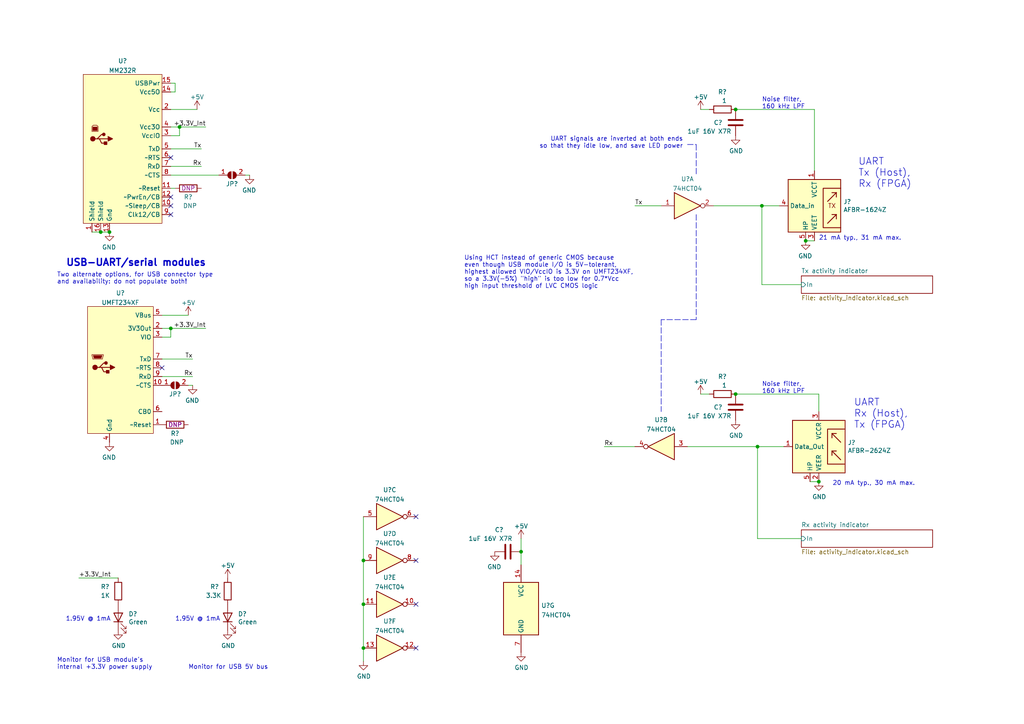
<source format=kicad_sch>
(kicad_sch (version 20211123) (generator eeschema)

  (uuid e63e39d7-6ac0-4ffd-8aa3-1841a4541b55)

  (paper "A4")

  (title_block
    (title "Shim Amplifier: Serial Interface for host computer")
    (rev "D1")
    (company "Martinos Center @ MGH")
    (comment 1 "Don Straney")
  )

  (lib_symbols
    (symbol "74xx:74HCT04" (in_bom yes) (on_board yes)
      (property "Reference" "U" (id 0) (at 0 1.27 0)
        (effects (font (size 1.27 1.27)))
      )
      (property "Value" "74HCT04" (id 1) (at 0 -1.27 0)
        (effects (font (size 1.27 1.27)))
      )
      (property "Footprint" "" (id 2) (at 0 0 0)
        (effects (font (size 1.27 1.27)) hide)
      )
      (property "Datasheet" "https://assets.nexperia.com/documents/data-sheet/74HC_HCT04.pdf" (id 3) (at 0 0 0)
        (effects (font (size 1.27 1.27)) hide)
      )
      (property "ki_locked" "" (id 4) (at 0 0 0)
        (effects (font (size 1.27 1.27)))
      )
      (property "ki_keywords" "HCTMOS not inv" (id 5) (at 0 0 0)
        (effects (font (size 1.27 1.27)) hide)
      )
      (property "ki_description" "Hex Inverter" (id 6) (at 0 0 0)
        (effects (font (size 1.27 1.27)) hide)
      )
      (property "ki_fp_filters" "DIP*W7.62mm* SSOP?14* TSSOP?14*" (id 7) (at 0 0 0)
        (effects (font (size 1.27 1.27)) hide)
      )
      (symbol "74HCT04_1_0"
        (polyline
          (pts
            (xy -3.81 3.81)
            (xy -3.81 -3.81)
            (xy 3.81 0)
            (xy -3.81 3.81)
          )
          (stroke (width 0.254) (type default) (color 0 0 0 0))
          (fill (type background))
        )
        (pin input line (at -7.62 0 0) (length 3.81)
          (name "~" (effects (font (size 1.27 1.27))))
          (number "1" (effects (font (size 1.27 1.27))))
        )
        (pin output inverted (at 7.62 0 180) (length 3.81)
          (name "~" (effects (font (size 1.27 1.27))))
          (number "2" (effects (font (size 1.27 1.27))))
        )
      )
      (symbol "74HCT04_2_0"
        (polyline
          (pts
            (xy -3.81 3.81)
            (xy -3.81 -3.81)
            (xy 3.81 0)
            (xy -3.81 3.81)
          )
          (stroke (width 0.254) (type default) (color 0 0 0 0))
          (fill (type background))
        )
        (pin input line (at -7.62 0 0) (length 3.81)
          (name "~" (effects (font (size 1.27 1.27))))
          (number "3" (effects (font (size 1.27 1.27))))
        )
        (pin output inverted (at 7.62 0 180) (length 3.81)
          (name "~" (effects (font (size 1.27 1.27))))
          (number "4" (effects (font (size 1.27 1.27))))
        )
      )
      (symbol "74HCT04_3_0"
        (polyline
          (pts
            (xy -3.81 3.81)
            (xy -3.81 -3.81)
            (xy 3.81 0)
            (xy -3.81 3.81)
          )
          (stroke (width 0.254) (type default) (color 0 0 0 0))
          (fill (type background))
        )
        (pin input line (at -7.62 0 0) (length 3.81)
          (name "~" (effects (font (size 1.27 1.27))))
          (number "5" (effects (font (size 1.27 1.27))))
        )
        (pin output inverted (at 7.62 0 180) (length 3.81)
          (name "~" (effects (font (size 1.27 1.27))))
          (number "6" (effects (font (size 1.27 1.27))))
        )
      )
      (symbol "74HCT04_4_0"
        (polyline
          (pts
            (xy -3.81 3.81)
            (xy -3.81 -3.81)
            (xy 3.81 0)
            (xy -3.81 3.81)
          )
          (stroke (width 0.254) (type default) (color 0 0 0 0))
          (fill (type background))
        )
        (pin output inverted (at 7.62 0 180) (length 3.81)
          (name "~" (effects (font (size 1.27 1.27))))
          (number "8" (effects (font (size 1.27 1.27))))
        )
        (pin input line (at -7.62 0 0) (length 3.81)
          (name "~" (effects (font (size 1.27 1.27))))
          (number "9" (effects (font (size 1.27 1.27))))
        )
      )
      (symbol "74HCT04_5_0"
        (polyline
          (pts
            (xy -3.81 3.81)
            (xy -3.81 -3.81)
            (xy 3.81 0)
            (xy -3.81 3.81)
          )
          (stroke (width 0.254) (type default) (color 0 0 0 0))
          (fill (type background))
        )
        (pin output inverted (at 7.62 0 180) (length 3.81)
          (name "~" (effects (font (size 1.27 1.27))))
          (number "10" (effects (font (size 1.27 1.27))))
        )
        (pin input line (at -7.62 0 0) (length 3.81)
          (name "~" (effects (font (size 1.27 1.27))))
          (number "11" (effects (font (size 1.27 1.27))))
        )
      )
      (symbol "74HCT04_6_0"
        (polyline
          (pts
            (xy -3.81 3.81)
            (xy -3.81 -3.81)
            (xy 3.81 0)
            (xy -3.81 3.81)
          )
          (stroke (width 0.254) (type default) (color 0 0 0 0))
          (fill (type background))
        )
        (pin output inverted (at 7.62 0 180) (length 3.81)
          (name "~" (effects (font (size 1.27 1.27))))
          (number "12" (effects (font (size 1.27 1.27))))
        )
        (pin input line (at -7.62 0 0) (length 3.81)
          (name "~" (effects (font (size 1.27 1.27))))
          (number "13" (effects (font (size 1.27 1.27))))
        )
      )
      (symbol "74HCT04_7_0"
        (pin power_in line (at 0 12.7 270) (length 5.08)
          (name "VCC" (effects (font (size 1.27 1.27))))
          (number "14" (effects (font (size 1.27 1.27))))
        )
        (pin power_in line (at 0 -12.7 90) (length 5.08)
          (name "GND" (effects (font (size 1.27 1.27))))
          (number "7" (effects (font (size 1.27 1.27))))
        )
      )
      (symbol "74HCT04_7_1"
        (rectangle (start -5.08 7.62) (end 5.08 -7.62)
          (stroke (width 0.254) (type default) (color 0 0 0 0))
          (fill (type background))
        )
      )
    )
    (symbol "Device:C" (pin_numbers hide) (pin_names (offset 0.254)) (in_bom yes) (on_board yes)
      (property "Reference" "C" (id 0) (at 0.635 2.54 0)
        (effects (font (size 1.27 1.27)) (justify left))
      )
      (property "Value" "C" (id 1) (at 0.635 -2.54 0)
        (effects (font (size 1.27 1.27)) (justify left))
      )
      (property "Footprint" "" (id 2) (at 0.9652 -3.81 0)
        (effects (font (size 1.27 1.27)) hide)
      )
      (property "Datasheet" "~" (id 3) (at 0 0 0)
        (effects (font (size 1.27 1.27)) hide)
      )
      (property "ki_keywords" "cap capacitor" (id 4) (at 0 0 0)
        (effects (font (size 1.27 1.27)) hide)
      )
      (property "ki_description" "Unpolarized capacitor" (id 5) (at 0 0 0)
        (effects (font (size 1.27 1.27)) hide)
      )
      (property "ki_fp_filters" "C_*" (id 6) (at 0 0 0)
        (effects (font (size 1.27 1.27)) hide)
      )
      (symbol "C_0_1"
        (polyline
          (pts
            (xy -2.032 -0.762)
            (xy 2.032 -0.762)
          )
          (stroke (width 0.508) (type default) (color 0 0 0 0))
          (fill (type none))
        )
        (polyline
          (pts
            (xy -2.032 0.762)
            (xy 2.032 0.762)
          )
          (stroke (width 0.508) (type default) (color 0 0 0 0))
          (fill (type none))
        )
      )
      (symbol "C_1_1"
        (pin passive line (at 0 3.81 270) (length 2.794)
          (name "~" (effects (font (size 1.27 1.27))))
          (number "1" (effects (font (size 1.27 1.27))))
        )
        (pin passive line (at 0 -3.81 90) (length 2.794)
          (name "~" (effects (font (size 1.27 1.27))))
          (number "2" (effects (font (size 1.27 1.27))))
        )
      )
    )
    (symbol "Device:LED" (pin_numbers hide) (pin_names (offset 1.016) hide) (in_bom yes) (on_board yes)
      (property "Reference" "D" (id 0) (at 0 2.54 0)
        (effects (font (size 1.27 1.27)))
      )
      (property "Value" "LED" (id 1) (at 0 -2.54 0)
        (effects (font (size 1.27 1.27)))
      )
      (property "Footprint" "" (id 2) (at 0 0 0)
        (effects (font (size 1.27 1.27)) hide)
      )
      (property "Datasheet" "~" (id 3) (at 0 0 0)
        (effects (font (size 1.27 1.27)) hide)
      )
      (property "ki_keywords" "LED diode" (id 4) (at 0 0 0)
        (effects (font (size 1.27 1.27)) hide)
      )
      (property "ki_description" "Light emitting diode" (id 5) (at 0 0 0)
        (effects (font (size 1.27 1.27)) hide)
      )
      (property "ki_fp_filters" "LED* LED_SMD:* LED_THT:*" (id 6) (at 0 0 0)
        (effects (font (size 1.27 1.27)) hide)
      )
      (symbol "LED_0_1"
        (polyline
          (pts
            (xy -1.27 -1.27)
            (xy -1.27 1.27)
          )
          (stroke (width 0.254) (type default) (color 0 0 0 0))
          (fill (type none))
        )
        (polyline
          (pts
            (xy -1.27 0)
            (xy 1.27 0)
          )
          (stroke (width 0) (type default) (color 0 0 0 0))
          (fill (type none))
        )
        (polyline
          (pts
            (xy 1.27 -1.27)
            (xy 1.27 1.27)
            (xy -1.27 0)
            (xy 1.27 -1.27)
          )
          (stroke (width 0.254) (type default) (color 0 0 0 0))
          (fill (type none))
        )
        (polyline
          (pts
            (xy -3.048 -0.762)
            (xy -4.572 -2.286)
            (xy -3.81 -2.286)
            (xy -4.572 -2.286)
            (xy -4.572 -1.524)
          )
          (stroke (width 0) (type default) (color 0 0 0 0))
          (fill (type none))
        )
        (polyline
          (pts
            (xy -1.778 -0.762)
            (xy -3.302 -2.286)
            (xy -2.54 -2.286)
            (xy -3.302 -2.286)
            (xy -3.302 -1.524)
          )
          (stroke (width 0) (type default) (color 0 0 0 0))
          (fill (type none))
        )
      )
      (symbol "LED_1_1"
        (pin passive line (at -3.81 0 0) (length 2.54)
          (name "K" (effects (font (size 1.27 1.27))))
          (number "1" (effects (font (size 1.27 1.27))))
        )
        (pin passive line (at 3.81 0 180) (length 2.54)
          (name "A" (effects (font (size 1.27 1.27))))
          (number "2" (effects (font (size 1.27 1.27))))
        )
      )
    )
    (symbol "Device:R" (pin_numbers hide) (pin_names (offset 0)) (in_bom yes) (on_board yes)
      (property "Reference" "R" (id 0) (at 2.032 0 90)
        (effects (font (size 1.27 1.27)))
      )
      (property "Value" "R" (id 1) (at 0 0 90)
        (effects (font (size 1.27 1.27)))
      )
      (property "Footprint" "" (id 2) (at -1.778 0 90)
        (effects (font (size 1.27 1.27)) hide)
      )
      (property "Datasheet" "~" (id 3) (at 0 0 0)
        (effects (font (size 1.27 1.27)) hide)
      )
      (property "ki_keywords" "R res resistor" (id 4) (at 0 0 0)
        (effects (font (size 1.27 1.27)) hide)
      )
      (property "ki_description" "Resistor" (id 5) (at 0 0 0)
        (effects (font (size 1.27 1.27)) hide)
      )
      (property "ki_fp_filters" "R_*" (id 6) (at 0 0 0)
        (effects (font (size 1.27 1.27)) hide)
      )
      (symbol "R_0_1"
        (rectangle (start -1.016 -2.54) (end 1.016 2.54)
          (stroke (width 0.254) (type default) (color 0 0 0 0))
          (fill (type none))
        )
      )
      (symbol "R_1_1"
        (pin passive line (at 0 3.81 270) (length 1.27)
          (name "~" (effects (font (size 1.27 1.27))))
          (number "1" (effects (font (size 1.27 1.27))))
        )
        (pin passive line (at 0 -3.81 90) (length 1.27)
          (name "~" (effects (font (size 1.27 1.27))))
          (number "2" (effects (font (size 1.27 1.27))))
        )
      )
    )
    (symbol "Fiber_Optic:AFBR-1624Z" (in_bom yes) (on_board yes)
      (property "Reference" "J" (id 0) (at -7.62 8.89 0)
        (effects (font (size 1.27 1.27)) (justify left))
      )
      (property "Value" "AFBR-1624Z" (id 1) (at 1.27 8.89 0)
        (effects (font (size 1.27 1.27)) (justify left))
      )
      (property "Footprint" "" (id 2) (at 0 -15.24 0)
        (effects (font (size 1.27 1.27)) hide)
      )
      (property "Datasheet" "https://docs.broadcom.com/docs/AV02-4369EN" (id 3) (at 5.08 0 0)
        (effects (font (size 1.27 1.27)) hide)
      )
      (property "ki_keywords" "Fiber optic transmitter" (id 4) (at 0 0 0)
        (effects (font (size 1.27 1.27)) hide)
      )
      (property "ki_description" "Versatile Link Fiber Optic Transmitter" (id 5) (at 0 0 0)
        (effects (font (size 1.27 1.27)) hide)
      )
      (property "ki_fp_filters" "Broadcom*AFBR*16xxZ*" (id 6) (at 0 0 0)
        (effects (font (size 1.27 1.27)) hide)
      )
      (symbol "AFBR-1624Z_0_0"
        (text "TX" (at 5.08 0 0)
          (effects (font (size 1.27 1.27)))
        )
      )
      (symbol "AFBR-1624Z_0_1"
        (rectangle (start -7.62 7.62) (end 7.62 -7.62)
          (stroke (width 0.254) (type default) (color 0 0 0 0))
          (fill (type background))
        )
        (polyline
          (pts
            (xy 6.35 -2.54)
            (xy 3.81 -5.08)
          )
          (stroke (width 0.254) (type default) (color 0 0 0 0))
          (fill (type none))
        )
        (polyline
          (pts
            (xy 6.35 -2.54)
            (xy 5.08 -2.54)
          )
          (stroke (width 0.254) (type default) (color 0 0 0 0))
          (fill (type none))
        )
        (polyline
          (pts
            (xy 6.35 -2.54)
            (xy 6.35 -3.81)
          )
          (stroke (width 0.254) (type default) (color 0 0 0 0))
          (fill (type none))
        )
        (polyline
          (pts
            (xy 6.35 3.81)
            (xy 3.81 1.27)
          )
          (stroke (width 0.254) (type default) (color 0 0 0 0))
          (fill (type none))
        )
        (polyline
          (pts
            (xy 6.35 3.81)
            (xy 5.08 3.81)
          )
          (stroke (width 0.254) (type default) (color 0 0 0 0))
          (fill (type none))
        )
        (polyline
          (pts
            (xy 6.35 3.81)
            (xy 6.35 2.54)
          )
          (stroke (width 0.254) (type default) (color 0 0 0 0))
          (fill (type none))
        )
        (polyline
          (pts
            (xy 7.62 5.08)
            (xy 2.54 5.08)
            (xy 2.54 -1.27)
            (xy 2.54 -6.35)
            (xy 7.62 -6.35)
          )
          (stroke (width 0.254) (type default) (color 0 0 0 0))
          (fill (type none))
        )
      )
      (symbol "AFBR-1624Z_1_1"
        (pin power_in line (at 0 10.16 270) (length 2.54)
          (name "VCCT" (effects (font (size 1.27 1.27))))
          (number "1" (effects (font (size 1.27 1.27))))
        )
        (pin no_connect line (at -7.62 5.08 0) (length 2.54) hide
          (name "NC" (effects (font (size 1.27 1.27))))
          (number "2" (effects (font (size 1.27 1.27))))
        )
        (pin power_in line (at 0 -10.16 90) (length 2.54)
          (name "VEET" (effects (font (size 1.27 1.27))))
          (number "3" (effects (font (size 1.27 1.27))))
        )
        (pin input line (at -10.16 0 0) (length 2.54)
          (name "Data_in" (effects (font (size 1.27 1.27))))
          (number "4" (effects (font (size 1.27 1.27))))
        )
        (pin passive line (at -2.54 -10.16 90) (length 2.54)
          (name "HP" (effects (font (size 1.27 1.27))))
          (number "5" (effects (font (size 1.27 1.27))))
        )
        (pin passive line (at -2.54 -10.16 90) (length 2.54) hide
          (name "HP" (effects (font (size 1.27 1.27))))
          (number "8" (effects (font (size 1.27 1.27))))
        )
      )
    )
    (symbol "Fiber_Optic:AFBR-2624Z" (in_bom yes) (on_board yes)
      (property "Reference" "J" (id 0) (at -6.35 8.89 0)
        (effects (font (size 1.27 1.27)))
      )
      (property "Value" "AFBR-2624Z" (id 1) (at 1.27 8.89 0)
        (effects (font (size 1.27 1.27)) (justify left))
      )
      (property "Footprint" "" (id 2) (at -2.54 -12.7 0)
        (effects (font (size 1.27 1.27)) hide)
      )
      (property "Datasheet" "https://docs.broadcom.com/docs/AV02-4369EN" (id 3) (at -2.54 0 0)
        (effects (font (size 1.27 1.27)) hide)
      )
      (property "ki_keywords" "fiber optic receiver" (id 4) (at 0 0 0)
        (effects (font (size 1.27 1.27)) hide)
      )
      (property "ki_description" "Versatile Link Fiber Optic Receiver" (id 5) (at 0 0 0)
        (effects (font (size 1.27 1.27)) hide)
      )
      (property "ki_fp_filters" "Broadcom*AFBR*16xxZ*" (id 6) (at 0 0 0)
        (effects (font (size 1.27 1.27)) hide)
      )
      (symbol "AFBR-2624Z_0_1"
        (rectangle (start -7.62 7.62) (end 7.62 -7.62)
          (stroke (width 0.254) (type default) (color 0 0 0 0))
          (fill (type background))
        )
        (polyline
          (pts
            (xy -3.81 -1.27)
            (xy -6.35 -3.81)
          )
          (stroke (width 0.254) (type default) (color 0 0 0 0))
          (fill (type none))
        )
        (polyline
          (pts
            (xy -3.81 -1.27)
            (xy -5.08 -1.27)
          )
          (stroke (width 0.254) (type default) (color 0 0 0 0))
          (fill (type none))
        )
        (polyline
          (pts
            (xy -3.81 -1.27)
            (xy -3.81 -2.54)
          )
          (stroke (width 0.254) (type default) (color 0 0 0 0))
          (fill (type none))
        )
        (polyline
          (pts
            (xy -3.81 3.81)
            (xy -6.35 1.27)
          )
          (stroke (width 0.254) (type default) (color 0 0 0 0))
          (fill (type none))
        )
        (polyline
          (pts
            (xy -3.81 3.81)
            (xy -5.08 3.81)
          )
          (stroke (width 0.254) (type default) (color 0 0 0 0))
          (fill (type none))
        )
        (polyline
          (pts
            (xy -3.81 3.81)
            (xy -3.81 2.54)
          )
          (stroke (width 0.254) (type default) (color 0 0 0 0))
          (fill (type none))
        )
        (polyline
          (pts
            (xy -7.62 5.08)
            (xy -2.54 5.08)
            (xy -2.54 -5.08)
            (xy -7.62 -5.08)
          )
          (stroke (width 0.254) (type default) (color 0 0 0 0))
          (fill (type none))
        )
      )
      (symbol "AFBR-2624Z_1_1"
        (pin output line (at 10.16 0 180) (length 2.54)
          (name "Data_Out" (effects (font (size 1.27 1.27))))
          (number "1" (effects (font (size 1.27 1.27))))
        )
        (pin power_in line (at 0 -10.16 90) (length 2.54)
          (name "VEER" (effects (font (size 1.27 1.27))))
          (number "2" (effects (font (size 1.27 1.27))))
        )
        (pin power_in line (at 0 10.16 270) (length 2.54)
          (name "VCCR" (effects (font (size 1.27 1.27))))
          (number "3" (effects (font (size 1.27 1.27))))
        )
        (pin no_connect line (at 7.62 5.08 180) (length 2.54) hide
          (name "NC" (effects (font (size 1.27 1.27))))
          (number "4" (effects (font (size 1.27 1.27))))
        )
        (pin passive line (at 2.54 -10.16 90) (length 2.54)
          (name "HP" (effects (font (size 1.27 1.27))))
          (number "5" (effects (font (size 1.27 1.27))))
        )
        (pin passive line (at 2.54 -10.16 90) (length 2.54) hide
          (name "HP" (effects (font (size 1.27 1.27))))
          (number "8" (effects (font (size 1.27 1.27))))
        )
      )
    )
    (symbol "Jumper:SolderJumper_2_Open" (pin_names (offset 0) hide) (in_bom yes) (on_board yes)
      (property "Reference" "JP" (id 0) (at 0 2.032 0)
        (effects (font (size 1.27 1.27)))
      )
      (property "Value" "SolderJumper_2_Open" (id 1) (at 0 -2.54 0)
        (effects (font (size 1.27 1.27)))
      )
      (property "Footprint" "" (id 2) (at 0 0 0)
        (effects (font (size 1.27 1.27)) hide)
      )
      (property "Datasheet" "~" (id 3) (at 0 0 0)
        (effects (font (size 1.27 1.27)) hide)
      )
      (property "ki_keywords" "solder jumper SPST" (id 4) (at 0 0 0)
        (effects (font (size 1.27 1.27)) hide)
      )
      (property "ki_description" "Solder Jumper, 2-pole, open" (id 5) (at 0 0 0)
        (effects (font (size 1.27 1.27)) hide)
      )
      (property "ki_fp_filters" "SolderJumper*Open*" (id 6) (at 0 0 0)
        (effects (font (size 1.27 1.27)) hide)
      )
      (symbol "SolderJumper_2_Open_0_1"
        (arc (start -0.254 1.016) (mid -1.27 0) (end -0.254 -1.016)
          (stroke (width 0) (type default) (color 0 0 0 0))
          (fill (type none))
        )
        (arc (start -0.254 1.016) (mid -1.27 0) (end -0.254 -1.016)
          (stroke (width 0) (type default) (color 0 0 0 0))
          (fill (type outline))
        )
        (polyline
          (pts
            (xy -0.254 1.016)
            (xy -0.254 -1.016)
          )
          (stroke (width 0) (type default) (color 0 0 0 0))
          (fill (type none))
        )
        (polyline
          (pts
            (xy 0.254 1.016)
            (xy 0.254 -1.016)
          )
          (stroke (width 0) (type default) (color 0 0 0 0))
          (fill (type none))
        )
        (arc (start 0.254 -1.016) (mid 1.27 0) (end 0.254 1.016)
          (stroke (width 0) (type default) (color 0 0 0 0))
          (fill (type none))
        )
        (arc (start 0.254 -1.016) (mid 1.27 0) (end 0.254 1.016)
          (stroke (width 0) (type default) (color 0 0 0 0))
          (fill (type outline))
        )
      )
      (symbol "SolderJumper_2_Open_1_1"
        (pin passive line (at -3.81 0 0) (length 2.54)
          (name "A" (effects (font (size 1.27 1.27))))
          (number "1" (effects (font (size 1.27 1.27))))
        )
        (pin passive line (at 3.81 0 180) (length 2.54)
          (name "B" (effects (font (size 1.27 1.27))))
          (number "2" (effects (font (size 1.27 1.27))))
        )
      )
    )
    (symbol "Martinos:MM232R" (in_bom yes) (on_board yes)
      (property "Reference" "U" (id 0) (at 0 20.32 0)
        (effects (font (size 1.27 1.27)))
      )
      (property "Value" "MM232R" (id 1) (at 0 17.78 0)
        (effects (font (size 1.27 1.27)))
      )
      (property "Footprint" "Martinos:FTDI_MM232R" (id 2) (at 0 5.08 0)
        (effects (font (size 1.27 1.27)) hide)
      )
      (property "Datasheet" "" (id 3) (at 0 5.08 0)
        (effects (font (size 1.27 1.27)) hide)
      )
      (property "Manufacturer" "FTDI" (id 4) (at 0 0 0)
        (effects (font (size 1.27 1.27)) hide)
      )
      (property "Part Number" "MM232R" (id 5) (at 0 0 0)
        (effects (font (size 1.27 1.27)) hide)
      )
      (property "ki_keywords" "USB serial UART RS-232 RS232" (id 6) (at 0 0 0)
        (effects (font (size 1.27 1.27)) hide)
      )
      (property "ki_description" "FTDI MM232R USB-UART converter" (id 7) (at 0 0 0)
        (effects (font (size 1.27 1.27)) hide)
      )
      (symbol "MM232R_0_1"
        (rectangle (start -10.16 16.51) (end 12.7 -26.67)
          (stroke (width 0.1524) (type default) (color 0 0 0 0))
          (fill (type background))
        )
        (circle (center -7.366 -2.159) (radius 0.635)
          (stroke (width 0.254) (type default) (color 0 0 0 0))
          (fill (type outline))
        )
        (rectangle (start -7.366 1.27) (end -6.096 0.254)
          (stroke (width 0) (type default) (color 0 0 0 0))
          (fill (type outline))
        )
        (circle (center -4.191 -0.889) (radius 0.381)
          (stroke (width 0.254) (type default) (color 0 0 0 0))
          (fill (type outline))
        )
        (rectangle (start -3.302 -3.048) (end -4.064 -3.81)
          (stroke (width 0.254) (type default) (color 0 0 0 0))
          (fill (type outline))
        )
        (polyline
          (pts
            (xy -5.461 -2.159)
            (xy -2.921 -2.159)
          )
          (stroke (width 0.254) (type default) (color 0 0 0 0))
          (fill (type none))
        )
        (polyline
          (pts
            (xy -6.731 -2.159)
            (xy -6.096 -2.159)
            (xy -4.826 -0.889)
            (xy -4.191 -0.889)
          )
          (stroke (width 0.254) (type default) (color 0 0 0 0))
          (fill (type none))
        )
        (polyline
          (pts
            (xy -6.096 -2.159)
            (xy -5.461 -2.159)
            (xy -4.826 -3.429)
            (xy -3.556 -3.429)
          )
          (stroke (width 0.254) (type default) (color 0 0 0 0))
          (fill (type none))
        )
        (polyline
          (pts
            (xy -2.921 -1.524)
            (xy -2.921 -2.794)
            (xy -1.651 -2.159)
            (xy -2.921 -1.524)
          )
          (stroke (width 0.254) (type default) (color 0 0 0 0))
          (fill (type outline))
        )
        (polyline
          (pts
            (xy -7.62 0)
            (xy -5.842 0)
            (xy -5.842 1.397)
            (xy -6.223 1.778)
            (xy -7.239 1.778)
            (xy -7.62 1.397)
            (xy -7.62 0)
          )
          (stroke (width 0) (type default) (color 0 0 0 0))
          (fill (type none))
        )
      )
      (symbol "MM232R_1_1"
        (pin passive line (at -7.62 -29.21 90) (length 2.54)
          (name "Shield" (effects (font (size 1.27 1.27))))
          (number "1" (effects (font (size 1.27 1.27))))
        )
        (pin bidirectional line (at 15.24 -21.59 180) (length 2.54)
          (name "~Sleep/CB" (effects (font (size 1.27 1.27))))
          (number "10" (effects (font (size 1.27 1.27))))
        )
        (pin input line (at 15.24 -16.51 180) (length 2.54)
          (name "~Reset" (effects (font (size 1.27 1.27))))
          (number "11" (effects (font (size 1.27 1.27))))
        )
        (pin bidirectional line (at 15.24 -19.05 180) (length 2.54)
          (name "~PwrEn/CB" (effects (font (size 1.27 1.27))))
          (number "12" (effects (font (size 1.27 1.27))))
        )
        (pin power_in line (at -2.54 -29.21 90) (length 2.54)
          (name "Gnd" (effects (font (size 1.27 1.27))))
          (number "13" (effects (font (size 1.27 1.27))))
        )
        (pin power_in line (at 15.24 11.43 180) (length 2.54)
          (name "Vcc5O" (effects (font (size 1.27 1.27))))
          (number "14" (effects (font (size 1.27 1.27))))
        )
        (pin power_out line (at 15.24 13.97 180) (length 2.54)
          (name "USBPwr" (effects (font (size 1.27 1.27))))
          (number "15" (effects (font (size 1.27 1.27))))
        )
        (pin passive line (at -5.08 -29.21 90) (length 2.54)
          (name "Shield" (effects (font (size 1.27 1.27))))
          (number "16" (effects (font (size 1.27 1.27))))
        )
        (pin power_out line (at 15.24 6.35 180) (length 2.54)
          (name "Vcc" (effects (font (size 1.27 1.27))))
          (number "2" (effects (font (size 1.27 1.27))))
        )
        (pin power_in line (at 15.24 -1.27 180) (length 2.54)
          (name "VccIO" (effects (font (size 1.27 1.27))))
          (number "3" (effects (font (size 1.27 1.27))))
        )
        (pin power_out line (at 15.24 1.27 180) (length 2.54)
          (name "Vcc3O" (effects (font (size 1.27 1.27))))
          (number "4" (effects (font (size 1.27 1.27))))
        )
        (pin output line (at 15.24 -5.08 180) (length 2.54)
          (name "TxD" (effects (font (size 1.27 1.27))))
          (number "5" (effects (font (size 1.27 1.27))))
        )
        (pin output line (at 15.24 -7.62 180) (length 2.54)
          (name "~RTS" (effects (font (size 1.27 1.27))))
          (number "6" (effects (font (size 1.27 1.27))))
        )
        (pin input line (at 15.24 -10.16 180) (length 2.54)
          (name "RxD" (effects (font (size 1.27 1.27))))
          (number "7" (effects (font (size 1.27 1.27))))
        )
        (pin input line (at 15.24 -12.7 180) (length 2.54)
          (name "~CTS" (effects (font (size 1.27 1.27))))
          (number "8" (effects (font (size 1.27 1.27))))
        )
        (pin bidirectional line (at 15.24 -24.13 180) (length 2.54)
          (name "Clk12/CB" (effects (font (size 1.27 1.27))))
          (number "9" (effects (font (size 1.27 1.27))))
        )
      )
    )
    (symbol "Martinos:UMFT234XF" (in_bom yes) (on_board yes)
      (property "Reference" "U" (id 0) (at 0 19.05 0)
        (effects (font (size 1.27 1.27)))
      )
      (property "Value" "UMFT234XF" (id 1) (at 0 16.51 0)
        (effects (font (size 1.27 1.27)))
      )
      (property "Footprint" "Martinos:FTDI_UMFT234XF" (id 2) (at 0 5.08 0)
        (effects (font (size 1.27 1.27)) hide)
      )
      (property "Datasheet" "" (id 3) (at 0 5.08 0)
        (effects (font (size 1.27 1.27)) hide)
      )
      (property "Manufacturer" "FTDI" (id 4) (at 0 0 0)
        (effects (font (size 1.27 1.27)) hide)
      )
      (property "Part Number" "UMFT234XF" (id 5) (at 0 0 0)
        (effects (font (size 1.27 1.27)) hide)
      )
      (property "ki_keywords" "USB serial UART RS-232 RS232" (id 6) (at 0 0 0)
        (effects (font (size 1.27 1.27)) hide)
      )
      (property "ki_description" "FTDI UMFT234XF USB-UART converter" (id 7) (at 0 0 0)
        (effects (font (size 1.27 1.27)) hide)
      )
      (symbol "UMFT234XF_0_1"
        (rectangle (start -10.16 15.24) (end 8.89 -21.59)
          (stroke (width 0.1524) (type default) (color 0 0 0 0))
          (fill (type background))
        )
        (circle (center -8.001 -2.413) (radius 0.635)
          (stroke (width 0.254) (type default) (color 0 0 0 0))
          (fill (type outline))
        )
        (circle (center -4.826 -1.143) (radius 0.381)
          (stroke (width 0.254) (type default) (color 0 0 0 0))
          (fill (type outline))
        )
        (rectangle (start -3.937 -3.302) (end -4.699 -4.064)
          (stroke (width 0.254) (type default) (color 0 0 0 0))
          (fill (type outline))
        )
        (polyline
          (pts
            (xy -6.096 -2.413)
            (xy -3.556 -2.413)
          )
          (stroke (width 0.254) (type default) (color 0 0 0 0))
          (fill (type none))
        )
        (polyline
          (pts
            (xy -7.366 -2.413)
            (xy -6.731 -2.413)
            (xy -5.461 -1.143)
            (xy -4.826 -1.143)
          )
          (stroke (width 0.254) (type default) (color 0 0 0 0))
          (fill (type none))
        )
        (polyline
          (pts
            (xy -6.731 -2.413)
            (xy -6.096 -2.413)
            (xy -5.461 -3.683)
            (xy -4.191 -3.683)
          )
          (stroke (width 0.254) (type default) (color 0 0 0 0))
          (fill (type none))
        )
        (polyline
          (pts
            (xy -3.556 -1.778)
            (xy -3.556 -3.048)
            (xy -2.286 -2.413)
            (xy -3.556 -1.778)
          )
          (stroke (width 0.254) (type default) (color 0 0 0 0))
          (fill (type outline))
        )
        (polyline
          (pts
            (xy -8.509 1.016)
            (xy -5.969 1.016)
            (xy -6.223 0.254)
            (xy -8.255 0.254)
            (xy -8.509 1.016)
          )
          (stroke (width 0) (type default) (color 0 0 0 0))
          (fill (type outline))
        )
        (polyline
          (pts
            (xy -8.89 1.27)
            (xy -8.89 1.016)
            (xy -8.636 0.254)
            (xy -8.636 0)
            (xy -5.842 0)
            (xy -5.842 0.254)
            (xy -5.588 1.016)
            (xy -5.588 1.27)
            (xy -8.89 1.27)
          )
          (stroke (width 0) (type default) (color 0 0 0 0))
          (fill (type none))
        )
      )
      (symbol "UMFT234XF_1_1"
        (pin input line (at 11.43 -19.05 180) (length 2.54)
          (name "~Reset" (effects (font (size 1.27 1.27))))
          (number "1" (effects (font (size 1.27 1.27))))
        )
        (pin input line (at 11.43 -7.62 180) (length 2.54)
          (name "~CTS" (effects (font (size 1.27 1.27))))
          (number "10" (effects (font (size 1.27 1.27))))
        )
        (pin power_out line (at 11.43 8.89 180) (length 2.54)
          (name "3V3Out" (effects (font (size 1.27 1.27))))
          (number "2" (effects (font (size 1.27 1.27))))
        )
        (pin power_in line (at 11.43 6.35 180) (length 2.54)
          (name "VIO" (effects (font (size 1.27 1.27))))
          (number "3" (effects (font (size 1.27 1.27))))
        )
        (pin power_in line (at -3.81 -24.13 90) (length 2.54)
          (name "Gnd" (effects (font (size 1.27 1.27))))
          (number "4" (effects (font (size 1.27 1.27))))
        )
        (pin power_out line (at 11.43 12.7 180) (length 2.54)
          (name "VBus" (effects (font (size 1.27 1.27))))
          (number "5" (effects (font (size 1.27 1.27))))
        )
        (pin bidirectional line (at 11.43 -15.24 180) (length 2.54)
          (name "CB0" (effects (font (size 1.27 1.27))))
          (number "6" (effects (font (size 1.27 1.27))))
        )
        (pin output line (at 11.43 0 180) (length 2.54)
          (name "TxD" (effects (font (size 1.27 1.27))))
          (number "7" (effects (font (size 1.27 1.27))))
        )
        (pin output line (at 11.43 -2.54 180) (length 2.54)
          (name "~RTS" (effects (font (size 1.27 1.27))))
          (number "8" (effects (font (size 1.27 1.27))))
        )
        (pin input line (at 11.43 -5.08 180) (length 2.54)
          (name "RxD" (effects (font (size 1.27 1.27))))
          (number "9" (effects (font (size 1.27 1.27))))
        )
      )
    )
    (symbol "power:+5V" (power) (pin_names (offset 0)) (in_bom yes) (on_board yes)
      (property "Reference" "#PWR" (id 0) (at 0 -3.81 0)
        (effects (font (size 1.27 1.27)) hide)
      )
      (property "Value" "+5V" (id 1) (at 0 3.556 0)
        (effects (font (size 1.27 1.27)))
      )
      (property "Footprint" "" (id 2) (at 0 0 0)
        (effects (font (size 1.27 1.27)) hide)
      )
      (property "Datasheet" "" (id 3) (at 0 0 0)
        (effects (font (size 1.27 1.27)) hide)
      )
      (property "ki_keywords" "power-flag" (id 4) (at 0 0 0)
        (effects (font (size 1.27 1.27)) hide)
      )
      (property "ki_description" "Power symbol creates a global label with name \"+5V\"" (id 5) (at 0 0 0)
        (effects (font (size 1.27 1.27)) hide)
      )
      (symbol "+5V_0_1"
        (polyline
          (pts
            (xy -0.762 1.27)
            (xy 0 2.54)
          )
          (stroke (width 0) (type default) (color 0 0 0 0))
          (fill (type none))
        )
        (polyline
          (pts
            (xy 0 0)
            (xy 0 2.54)
          )
          (stroke (width 0) (type default) (color 0 0 0 0))
          (fill (type none))
        )
        (polyline
          (pts
            (xy 0 2.54)
            (xy 0.762 1.27)
          )
          (stroke (width 0) (type default) (color 0 0 0 0))
          (fill (type none))
        )
      )
      (symbol "+5V_1_1"
        (pin power_in line (at 0 0 90) (length 0) hide
          (name "+5V" (effects (font (size 1.27 1.27))))
          (number "1" (effects (font (size 1.27 1.27))))
        )
      )
    )
    (symbol "power:GND" (power) (pin_names (offset 0)) (in_bom yes) (on_board yes)
      (property "Reference" "#PWR" (id 0) (at 0 -6.35 0)
        (effects (font (size 1.27 1.27)) hide)
      )
      (property "Value" "GND" (id 1) (at 0 -3.81 0)
        (effects (font (size 1.27 1.27)))
      )
      (property "Footprint" "" (id 2) (at 0 0 0)
        (effects (font (size 1.27 1.27)) hide)
      )
      (property "Datasheet" "" (id 3) (at 0 0 0)
        (effects (font (size 1.27 1.27)) hide)
      )
      (property "ki_keywords" "power-flag" (id 4) (at 0 0 0)
        (effects (font (size 1.27 1.27)) hide)
      )
      (property "ki_description" "Power symbol creates a global label with name \"GND\" , ground" (id 5) (at 0 0 0)
        (effects (font (size 1.27 1.27)) hide)
      )
      (symbol "GND_0_1"
        (polyline
          (pts
            (xy 0 0)
            (xy 0 -1.27)
            (xy 1.27 -1.27)
            (xy 0 -2.54)
            (xy -1.27 -1.27)
            (xy 0 -1.27)
          )
          (stroke (width 0) (type default) (color 0 0 0 0))
          (fill (type none))
        )
      )
      (symbol "GND_1_1"
        (pin power_in line (at 0 0 270) (length 0) hide
          (name "GND" (effects (font (size 1.27 1.27))))
          (number "1" (effects (font (size 1.27 1.27))))
        )
      )
    )
  )

  (junction (at 220.98 59.69) (diameter 0) (color 0 0 0 0)
    (uuid 04556191-26d4-442f-bdde-d3d9360f9712)
  )
  (junction (at 31.75 67.31) (diameter 0) (color 0 0 0 0)
    (uuid 07df9b23-e314-4260-9a43-62097e6e9aa9)
  )
  (junction (at 151.13 160.02) (diameter 0) (color 0 0 0 0)
    (uuid 3050ae99-31bc-40fa-8d33-c7bb35f22dbb)
  )
  (junction (at 29.21 67.31) (diameter 0) (color 0 0 0 0)
    (uuid 405e6de9-c7f5-4b8b-b17a-1a5f4ab1096e)
  )
  (junction (at 233.68 69.85) (diameter 0) (color 0 0 0 0)
    (uuid 62c80742-f8b3-441c-a4a7-74bd22718046)
  )
  (junction (at 105.41 187.96) (diameter 0) (color 0 0 0 0)
    (uuid 6e011ff1-963f-404c-8231-1977055de614)
  )
  (junction (at 213.36 114.3) (diameter 0) (color 0 0 0 0)
    (uuid 863c025d-b9c6-4f0c-b807-029db1b017da)
  )
  (junction (at 52.07 36.83) (diameter 0) (color 0 0 0 0)
    (uuid 896d8480-52a0-4a4f-b787-bbd28c9cff69)
  )
  (junction (at 105.41 175.26) (diameter 0) (color 0 0 0 0)
    (uuid 90ca105b-efe8-4637-a0fa-3f33a0651093)
  )
  (junction (at 237.49 139.7) (diameter 0) (color 0 0 0 0)
    (uuid bf774ce8-76fd-4baf-9e5e-c1d48365f105)
  )
  (junction (at 219.71 129.54) (diameter 0) (color 0 0 0 0)
    (uuid c7421703-3b90-467b-a281-11d26d08408c)
  )
  (junction (at 213.36 31.75) (diameter 0) (color 0 0 0 0)
    (uuid cfa9015f-12cf-4d62-b2b0-46fd644bfce9)
  )
  (junction (at 49.53 95.25) (diameter 0) (color 0 0 0 0)
    (uuid ee00f8d4-075a-4a4f-b231-10c4fbcde995)
  )
  (junction (at 105.41 162.56) (diameter 0) (color 0 0 0 0)
    (uuid faec5395-7be6-4cc7-981e-97be5dc4d330)
  )

  (no_connect (at 120.65 149.86) (uuid 4a0f721e-3132-4aa0-b0d5-4a95c1e962e3))
  (no_connect (at 120.65 162.56) (uuid 4a0f721e-3132-4aa0-b0d5-4a95c1e962e3))
  (no_connect (at 120.65 175.26) (uuid 4a0f721e-3132-4aa0-b0d5-4a95c1e962e3))
  (no_connect (at 120.65 187.96) (uuid 4a0f721e-3132-4aa0-b0d5-4a95c1e962e3))
  (no_connect (at 49.53 45.72) (uuid 4e6630b0-f86b-4e60-9727-e9188f4c0c1d))
  (no_connect (at 46.99 106.68) (uuid 4e6630b0-f86b-4e60-9727-e9188f4c0c1d))
  (no_connect (at 49.53 57.15) (uuid dab33351-49af-4b80-899d-ab09f0c17505))
  (no_connect (at 49.53 59.69) (uuid dab33351-49af-4b80-899d-ab09f0c17505))
  (no_connect (at 49.53 62.23) (uuid dab33351-49af-4b80-899d-ab09f0c17505))

  (wire (pts (xy 50.8 24.13) (xy 50.8 26.67))
    (stroke (width 0) (type default) (color 0 0 0 0))
    (uuid 03a40963-0658-4bd8-ac9a-5f255e5124f3)
  )
  (wire (pts (xy 71.12 50.8) (xy 72.39 50.8))
    (stroke (width 0) (type default) (color 0 0 0 0))
    (uuid 11bb3818-c107-46c5-9a06-5c3ea8688ee0)
  )
  (wire (pts (xy 105.41 162.56) (xy 105.41 175.26))
    (stroke (width 0) (type default) (color 0 0 0 0))
    (uuid 15fb4a0b-7aaf-405d-a6fb-96b572340e0e)
  )
  (wire (pts (xy 46.99 109.22) (xy 55.88 109.22))
    (stroke (width 0) (type default) (color 0 0 0 0))
    (uuid 17d9b145-9b85-469e-bcb0-81c74b555240)
  )
  (wire (pts (xy 207.01 59.69) (xy 220.98 59.69))
    (stroke (width 0) (type default) (color 0 0 0 0))
    (uuid 18b9ea58-b4ea-4bed-a2b4-ca1c9a4c57e9)
  )
  (wire (pts (xy 220.98 82.55) (xy 220.98 59.69))
    (stroke (width 0) (type default) (color 0 0 0 0))
    (uuid 1f7f90ea-9cd1-4f72-b529-8d97a8fe7427)
  )
  (wire (pts (xy 234.95 139.7) (xy 237.49 139.7))
    (stroke (width 0) (type default) (color 0 0 0 0))
    (uuid 22ee8ef8-f52a-45ab-becc-c51d7fbb514a)
  )
  (polyline (pts (xy 201.93 41.91) (xy 201.93 50.8))
    (stroke (width 0) (type default) (color 0 0 0 0))
    (uuid 2ea945b5-1476-4aa4-8004-60c3b528f9f7)
  )

  (wire (pts (xy 236.22 31.75) (xy 236.22 49.53))
    (stroke (width 0) (type default) (color 0 0 0 0))
    (uuid 2fc5d488-8068-4f80-a0e6-fd34120536ad)
  )
  (wire (pts (xy 52.07 36.83) (xy 52.07 39.37))
    (stroke (width 0) (type default) (color 0 0 0 0))
    (uuid 363ea2ee-e7e1-4739-8376-3f622ef19e1f)
  )
  (wire (pts (xy 213.36 114.3) (xy 237.49 114.3))
    (stroke (width 0) (type default) (color 0 0 0 0))
    (uuid 36416441-fd7e-458e-b7d2-8bcaad570fff)
  )
  (wire (pts (xy 219.71 156.21) (xy 219.71 129.54))
    (stroke (width 0) (type default) (color 0 0 0 0))
    (uuid 38b85f7f-8020-4a7c-a671-f1b825aa9d3d)
  )
  (polyline (pts (xy 191.77 92.71) (xy 191.77 119.38))
    (stroke (width 0) (type default) (color 0 0 0 0))
    (uuid 3c8843d7-37fc-421c-ad5d-9fb7f2063188)
  )

  (wire (pts (xy 105.41 175.26) (xy 105.41 187.96))
    (stroke (width 0) (type default) (color 0 0 0 0))
    (uuid 407927d1-e4f4-4f74-ac08-c155fc5e72d2)
  )
  (wire (pts (xy 46.99 95.25) (xy 49.53 95.25))
    (stroke (width 0) (type default) (color 0 0 0 0))
    (uuid 49f0c37b-cbd4-4c9e-85cf-0a982379df6b)
  )
  (wire (pts (xy 22.86 167.64) (xy 34.29 167.64))
    (stroke (width 0) (type default) (color 0 0 0 0))
    (uuid 4fe85108-6bd2-4dc6-b2bd-51110f6cfc31)
  )
  (wire (pts (xy 213.36 31.75) (xy 236.22 31.75))
    (stroke (width 0) (type default) (color 0 0 0 0))
    (uuid 5688e14d-e078-4273-9a77-a363903f1f40)
  )
  (wire (pts (xy 52.07 36.83) (xy 59.69 36.83))
    (stroke (width 0) (type default) (color 0 0 0 0))
    (uuid 56f72f1b-35b3-484c-b497-17622c358efe)
  )
  (wire (pts (xy 191.77 59.69) (xy 184.15 59.69))
    (stroke (width 0) (type default) (color 0 0 0 0))
    (uuid 62640bf2-3e69-4f61-af3a-704462648dc1)
  )
  (wire (pts (xy 175.26 129.54) (xy 184.15 129.54))
    (stroke (width 0) (type default) (color 0 0 0 0))
    (uuid 67095ab7-7db4-4331-80b9-19c1caf5a353)
  )
  (wire (pts (xy 49.53 50.8) (xy 63.5 50.8))
    (stroke (width 0) (type default) (color 0 0 0 0))
    (uuid 6d32578c-c75c-46e9-b4c8-fec1b2216815)
  )
  (wire (pts (xy 219.71 129.54) (xy 227.33 129.54))
    (stroke (width 0) (type default) (color 0 0 0 0))
    (uuid 75fa8e63-dd3b-46bc-9ff4-1fef9b846d5d)
  )
  (wire (pts (xy 49.53 36.83) (xy 52.07 36.83))
    (stroke (width 0) (type default) (color 0 0 0 0))
    (uuid 793df423-f420-48ec-a2db-c25019d57381)
  )
  (wire (pts (xy 205.74 114.3) (xy 203.2 114.3))
    (stroke (width 0) (type default) (color 0 0 0 0))
    (uuid 7a3847a2-cafd-4a69-924e-2383cc623ce1)
  )
  (polyline (pts (xy 199.39 41.91) (xy 201.93 41.91))
    (stroke (width 0) (type default) (color 0 0 0 0))
    (uuid 8b9ad106-fe42-4c37-9c38-58dcf69f1f3c)
  )

  (wire (pts (xy 46.99 97.79) (xy 49.53 97.79))
    (stroke (width 0) (type default) (color 0 0 0 0))
    (uuid 8ed255e1-cbb2-4933-9f86-743432eeb9c0)
  )
  (wire (pts (xy 232.41 156.21) (xy 219.71 156.21))
    (stroke (width 0) (type default) (color 0 0 0 0))
    (uuid 909410c5-7e76-46a9-afc8-5efd686a200c)
  )
  (wire (pts (xy 49.53 54.61) (xy 50.8 54.61))
    (stroke (width 0) (type default) (color 0 0 0 0))
    (uuid 93db6cfa-79fd-4173-8a02-cfe82acc690c)
  )
  (wire (pts (xy 205.74 31.75) (xy 203.2 31.75))
    (stroke (width 0) (type default) (color 0 0 0 0))
    (uuid 94ed0068-78fe-402f-961e-356451f76c01)
  )
  (wire (pts (xy 237.49 114.3) (xy 237.49 119.38))
    (stroke (width 0) (type default) (color 0 0 0 0))
    (uuid 9947c51e-17a3-495c-a132-644c064e758b)
  )
  (polyline (pts (xy 201.93 92.71) (xy 191.77 92.71))
    (stroke (width 0) (type default) (color 0 0 0 0))
    (uuid 9c1f4b6c-2191-4e12-b567-a702c7b202b8)
  )

  (wire (pts (xy 232.41 82.55) (xy 220.98 82.55))
    (stroke (width 0) (type default) (color 0 0 0 0))
    (uuid 9e2d0c4f-41f7-4931-8834-b86f26cc8822)
  )
  (wire (pts (xy 236.22 69.85) (xy 233.68 69.85))
    (stroke (width 0) (type default) (color 0 0 0 0))
    (uuid a1eafc89-f22e-4bef-a9f0-056ded3311ce)
  )
  (wire (pts (xy 151.13 156.21) (xy 151.13 160.02))
    (stroke (width 0) (type default) (color 0 0 0 0))
    (uuid ab4cb1b0-d528-414e-8291-e4f149c5be88)
  )
  (wire (pts (xy 49.53 39.37) (xy 52.07 39.37))
    (stroke (width 0) (type default) (color 0 0 0 0))
    (uuid af3eafb4-0034-475d-83b8-9dd7fa18c53a)
  )
  (wire (pts (xy 54.61 111.76) (xy 55.88 111.76))
    (stroke (width 0) (type default) (color 0 0 0 0))
    (uuid b4efdbc1-1a6d-4146-9355-db458d1db575)
  )
  (wire (pts (xy 199.39 129.54) (xy 219.71 129.54))
    (stroke (width 0) (type default) (color 0 0 0 0))
    (uuid b95b89de-1956-4bc8-8b9c-941d90cb27e6)
  )
  (wire (pts (xy 151.13 160.02) (xy 151.13 163.83))
    (stroke (width 0) (type default) (color 0 0 0 0))
    (uuid ba393e38-2e8c-4e7b-9fc1-d2b0d97b1f13)
  )
  (wire (pts (xy 29.21 67.31) (xy 31.75 67.31))
    (stroke (width 0) (type default) (color 0 0 0 0))
    (uuid bf377c89-d6e6-41b7-bd2d-6f4a48f6abdc)
  )
  (wire (pts (xy 49.53 97.79) (xy 49.53 95.25))
    (stroke (width 0) (type default) (color 0 0 0 0))
    (uuid c6cd5039-f5fb-4873-9e45-248976748c78)
  )
  (wire (pts (xy 49.53 48.26) (xy 58.42 48.26))
    (stroke (width 0) (type default) (color 0 0 0 0))
    (uuid c7021b0a-f54d-46ae-af4d-ab678e568fa7)
  )
  (wire (pts (xy 49.53 24.13) (xy 50.8 24.13))
    (stroke (width 0) (type default) (color 0 0 0 0))
    (uuid c80adc05-90d5-4efd-aace-d03fdb100cdf)
  )
  (wire (pts (xy 220.98 59.69) (xy 226.06 59.69))
    (stroke (width 0) (type default) (color 0 0 0 0))
    (uuid c9bb0045-68a9-4eee-86f0-feee92f35e3f)
  )
  (wire (pts (xy 49.53 26.67) (xy 50.8 26.67))
    (stroke (width 0) (type default) (color 0 0 0 0))
    (uuid ca6f60aa-bceb-4617-8027-7d7591f1325c)
  )
  (polyline (pts (xy 201.93 62.23) (xy 201.93 92.71))
    (stroke (width 0) (type default) (color 0 0 0 0))
    (uuid cb548d7a-7581-40ba-9baf-c2f46b08a677)
  )

  (wire (pts (xy 49.53 43.18) (xy 58.42 43.18))
    (stroke (width 0) (type default) (color 0 0 0 0))
    (uuid cf9900e5-237f-423f-9baf-c563ded4d3d6)
  )
  (wire (pts (xy 46.99 91.44) (xy 54.61 91.44))
    (stroke (width 0) (type default) (color 0 0 0 0))
    (uuid d4ec0cf3-92e5-4d5c-bbe8-21ed42b6a596)
  )
  (wire (pts (xy 49.53 95.25) (xy 59.69 95.25))
    (stroke (width 0) (type default) (color 0 0 0 0))
    (uuid d5803680-01f4-46fe-960a-d850e7511966)
  )
  (wire (pts (xy 46.99 104.14) (xy 55.88 104.14))
    (stroke (width 0) (type default) (color 0 0 0 0))
    (uuid e9b0fea4-1835-4d70-a655-b16bd0f6a77d)
  )
  (wire (pts (xy 105.41 149.86) (xy 105.41 162.56))
    (stroke (width 0) (type default) (color 0 0 0 0))
    (uuid ecad080f-74ef-410e-b930-174368d591a6)
  )
  (wire (pts (xy 49.53 31.75) (xy 57.15 31.75))
    (stroke (width 0) (type default) (color 0 0 0 0))
    (uuid f174d5a8-573d-4552-8575-3e2ad4820ef8)
  )
  (wire (pts (xy 105.41 187.96) (xy 105.41 191.77))
    (stroke (width 0) (type default) (color 0 0 0 0))
    (uuid f54306d3-3ef3-4332-9c2e-a1a5eb8f76e2)
  )
  (wire (pts (xy 26.67 67.31) (xy 29.21 67.31))
    (stroke (width 0) (type default) (color 0 0 0 0))
    (uuid f85c30c5-6362-40ae-8fff-c1e017cd703c)
  )

  (text "Monitor for USB module's\ninternal +3.3V power supply"
    (at 16.51 194.31 0)
    (effects (font (size 1.27 1.27)) (justify left bottom))
    (uuid 128bd9cb-8aee-4423-8f22-f63d21416328)
  )
  (text "Using HCT instead of generic CMOS because\neven though USB module I/O is 5V-tolerant,\nhighest allowed VIO/VccIO is 3.3V on UMFT234XF,\nso a 3.3V(-5%) \"high\" is too low for 0.7*Vcc\nhigh input threshold of LVC CMOS logic"
    (at 134.62 83.82 0)
    (effects (font (size 1.27 1.27)) (justify left bottom))
    (uuid 202d9ec9-e487-4b5e-9a3f-823061d2216d)
  )
  (text "1.95V @ 1mA" (at 19.05 180.34 0)
    (effects (font (size 1.27 1.27)) (justify left bottom))
    (uuid 211e1845-c61d-4c57-bac6-fcfbcfe1b5bc)
  )
  (text "Noise filter,\n160 kHz LPF" (at 220.98 31.75 0)
    (effects (font (size 1.27 1.27)) (justify left bottom))
    (uuid 2363d999-a421-449b-a497-700164d3645f)
  )
  (text "USB-UART/serial modules" (at 19.05 77.47 0)
    (effects (font (size 2 2) (thickness 0.4) bold) (justify left bottom))
    (uuid 66a2a535-8a58-407c-9515-376552b5c4fa)
  )
  (text "21 mA typ., 31 mA max." (at 237.49 69.85 0)
    (effects (font (size 1.27 1.27)) (justify left bottom))
    (uuid 6e55e766-2b8b-4b31-9717-193f4101b327)
  )
  (text "Two alternate options, for USB connector type\nand availability: do not populate both!"
    (at 16.51 82.55 0)
    (effects (font (size 1.27 1.27)) (justify left bottom))
    (uuid 728f893a-2360-409d-b80d-b657cb430e94)
  )
  (text "Noise filter,\n160 kHz LPF" (at 220.98 114.3 0)
    (effects (font (size 1.27 1.27)) (justify left bottom))
    (uuid 7a3e2e5e-3ef5-4234-91e4-436c78aade02)
  )
  (text "UART\nRx (Host),\nTx (FPGA)" (at 247.65 124.46 0)
    (effects (font (size 2.0066 2.0066)) (justify left bottom))
    (uuid 8139e9a6-ae7e-496d-9a95-76e0bd8c4d32)
  )
  (text "UART\nTx (Host),\nRx (FPGA)" (at 248.92 54.61 0)
    (effects (font (size 2.0066 2.0066)) (justify left bottom))
    (uuid a5d22b93-f4bf-4812-8f6b-f89e7eb0ece0)
  )
  (text "UART signals are inverted at both ends\nso that they idle low, and save LED power"
    (at 198.12 43.18 0)
    (effects (font (size 1.27 1.27)) (justify right bottom))
    (uuid bc6959ab-0a29-438d-8860-aac034219835)
  )
  (text "Monitor for USB 5V bus" (at 54.61 194.31 0)
    (effects (font (size 1.27 1.27)) (justify left bottom))
    (uuid d5ea2c69-8162-4448-bf20-d6a61176f15d)
  )
  (text "1.95V @ 1mA" (at 50.8 180.34 0)
    (effects (font (size 1.27 1.27)) (justify left bottom))
    (uuid d947f606-f563-41c6-a153-112a9d2ec9d6)
  )
  (text "20 mA typ., 30 mA max." (at 265.43 140.97 180)
    (effects (font (size 1.27 1.27)) (justify right bottom))
    (uuid ed2403e0-efca-40f0-be24-dd3c782e9155)
  )

  (label "Tx" (at 184.15 59.69 0)
    (effects (font (size 1.27 1.27)) (justify left bottom))
    (uuid 14862c69-eb0b-49a9-ae5f-18129c08fde3)
  )
  (label "Rx" (at 58.42 48.26 180)
    (effects (font (size 1.27 1.27)) (justify right bottom))
    (uuid 297bad40-e53b-4d97-92b1-2872811c29bb)
  )
  (label "+3.3V_Int" (at 59.69 36.83 180)
    (effects (font (size 1.27 1.27)) (justify right bottom))
    (uuid 3fff1dae-b3a4-4f65-b2a4-cc6a30724be0)
  )
  (label "Tx" (at 55.88 104.14 180)
    (effects (font (size 1.27 1.27)) (justify right bottom))
    (uuid 681574b4-bea2-4e66-8396-961d76bc78d5)
  )
  (label "Rx" (at 175.26 129.54 0)
    (effects (font (size 1.27 1.27)) (justify left bottom))
    (uuid 6a713dc4-c969-4a0a-8e77-72ebc3878bae)
  )
  (label "Tx" (at 58.42 43.18 180)
    (effects (font (size 1.27 1.27)) (justify right bottom))
    (uuid 7c5da379-4147-4eb6-81a4-ea66db348a82)
  )
  (label "Rx" (at 55.88 109.22 180)
    (effects (font (size 1.27 1.27)) (justify right bottom))
    (uuid 826ade75-b33f-4f7e-a502-6d901a7f8886)
  )
  (label "+3.3V_Int" (at 22.86 167.64 0)
    (effects (font (size 1.27 1.27)) (justify left bottom))
    (uuid af8dc59b-64b5-489c-a59a-c4dbf8454678)
  )
  (label "+3.3V_Int" (at 59.69 95.25 180)
    (effects (font (size 1.27 1.27)) (justify right bottom))
    (uuid e0d30a10-893d-4a26-a29b-c8e8959fe14d)
  )

  (symbol (lib_id "Device:R") (at 34.29 171.45 0) (unit 1)
    (in_bom yes) (on_board yes)
    (uuid 07d5b4b6-20b8-4339-9c89-9c501f8dc43e)
    (property "Reference" "R?" (id 0) (at 29.21 170.18 0)
      (effects (font (size 1.27 1.27)) (justify left))
    )
    (property "Value" "1K" (id 1) (at 29.21 172.72 0)
      (effects (font (size 1.27 1.27)) (justify left))
    )
    (property "Footprint" "Resistor_SMD:R_0805_2012Metric" (id 2) (at 32.512 171.45 90)
      (effects (font (size 1.27 1.27)) hide)
    )
    (property "Datasheet" "~" (id 3) (at 34.29 171.45 0)
      (effects (font (size 1.27 1.27)) hide)
    )
    (property "Manufacturer" "KOA Speer" (id 4) (at 34.29 171.45 0)
      (effects (font (size 1.27 1.27)) hide)
    )
    (property "Part Number" "RK73H2ATTD1001F" (id 5) (at 34.29 171.45 0)
      (effects (font (size 1.27 1.27)) hide)
    )
    (property "Notes" "Can substitute generic resistor with same package, value, 1% tolerance" (id 6) (at 34.29 171.45 0)
      (effects (font (size 1.27 1.27)) hide)
    )
    (property "Type" "SMT" (id 7) (at 34.29 171.45 0)
      (effects (font (size 1.27 1.27)) hide)
    )
    (pin "1" (uuid f2ff4029-4dd0-4038-a5d4-0b9578a01a27))
    (pin "2" (uuid f78fafc7-b3d9-450a-b32f-e31197e364a6))
  )

  (symbol (lib_id "power:GND") (at 105.41 191.77 0) (unit 1)
    (in_bom yes) (on_board yes)
    (uuid 0952844e-9c96-42a6-b33f-954cb9713e55)
    (property "Reference" "#PWR?" (id 0) (at 105.41 198.12 0)
      (effects (font (size 1.27 1.27)) hide)
    )
    (property "Value" "GND" (id 1) (at 105.537 196.1642 0))
    (property "Footprint" "" (id 2) (at 105.41 191.77 0)
      (effects (font (size 1.27 1.27)) hide)
    )
    (property "Datasheet" "" (id 3) (at 105.41 191.77 0)
      (effects (font (size 1.27 1.27)) hide)
    )
    (pin "1" (uuid cecebc22-d6cf-424c-8c45-bf54b68d2b0d))
  )

  (symbol (lib_id "power:GND") (at 213.36 121.92 0) (unit 1)
    (in_bom yes) (on_board yes)
    (uuid 0b7c991c-c1c8-4424-917a-aebac2484daf)
    (property "Reference" "#PWR?" (id 0) (at 213.36 128.27 0)
      (effects (font (size 1.27 1.27)) hide)
    )
    (property "Value" "GND" (id 1) (at 213.487 126.3142 0))
    (property "Footprint" "" (id 2) (at 213.36 121.92 0)
      (effects (font (size 1.27 1.27)) hide)
    )
    (property "Datasheet" "" (id 3) (at 213.36 121.92 0)
      (effects (font (size 1.27 1.27)) hide)
    )
    (pin "1" (uuid d53ecfc1-85a1-4088-be40-91b965848f56))
  )

  (symbol (lib_id "Device:LED") (at 34.29 179.07 90) (unit 1)
    (in_bom yes) (on_board yes)
    (uuid 0b8d100f-a587-4e3b-ab9d-57daaa9b0f24)
    (property "Reference" "D?" (id 0) (at 37.2618 178.0794 90)
      (effects (font (size 1.27 1.27)) (justify right))
    )
    (property "Value" "Green" (id 1) (at 37.2618 180.3908 90)
      (effects (font (size 1.27 1.27)) (justify right))
    )
    (property "Footprint" "Martinos_std:LED_0805_2012Metric" (id 2) (at 34.29 179.07 0)
      (effects (font (size 1.27 1.27)) hide)
    )
    (property "Datasheet" "" (id 3) (at 34.29 179.07 0)
      (effects (font (size 1.27 1.27)) hide)
    )
    (property "Manufacturer" "Lite-On" (id 4) (at 34.29 179.07 90)
      (effects (font (size 1.27 1.27)) hide)
    )
    (property "Part Number" "LTST-C171KGKT" (id 5) (at 34.29 179.07 90)
      (effects (font (size 1.27 1.27)) hide)
    )
    (property "Type" "SMT" (id 6) (at 34.29 179.07 0)
      (effects (font (size 1.27 1.27)) hide)
    )
    (pin "1" (uuid cf5286ac-8504-4412-8915-506a42d92b0c))
    (pin "2" (uuid 09224e53-b995-4089-b046-19c3bc0f2546))
  )

  (symbol (lib_id "power:GND") (at 151.13 189.23 0) (unit 1)
    (in_bom yes) (on_board yes)
    (uuid 0decf294-4459-4266-ba34-3d3f08791aa0)
    (property "Reference" "#PWR?" (id 0) (at 151.13 195.58 0)
      (effects (font (size 1.27 1.27)) hide)
    )
    (property "Value" "GND" (id 1) (at 151.257 193.6242 0))
    (property "Footprint" "" (id 2) (at 151.13 189.23 0)
      (effects (font (size 1.27 1.27)) hide)
    )
    (property "Datasheet" "" (id 3) (at 151.13 189.23 0)
      (effects (font (size 1.27 1.27)) hide)
    )
    (pin "1" (uuid 5a5ce425-6229-496a-831d-8c2c12c9d111))
  )

  (symbol (lib_id "74xx:74HCT04") (at 151.13 176.53 0) (unit 7)
    (in_bom yes) (on_board yes) (fields_autoplaced)
    (uuid 0ecd0326-019a-43b9-bf50-230963ab1d45)
    (property "Reference" "U?" (id 0) (at 156.972 175.6215 0)
      (effects (font (size 1.27 1.27)) (justify left))
    )
    (property "Value" "74HCT04" (id 1) (at 156.972 178.3966 0)
      (effects (font (size 1.27 1.27)) (justify left))
    )
    (property "Footprint" "" (id 2) (at 151.13 176.53 0)
      (effects (font (size 1.27 1.27)) hide)
    )
    (property "Datasheet" "https://assets.nexperia.com/documents/data-sheet/74HC_HCT04.pdf" (id 3) (at 151.13 176.53 0)
      (effects (font (size 1.27 1.27)) hide)
    )
    (property "Manufacturer" "Texas Instruments" (id 4) (at 151.13 176.53 0)
      (effects (font (size 1.27 1.27)) hide)
    )
    (property "Manufacturer Alt." "Texas Instruments, Nexperia, ON Semiconductor, Toshiba" (id 5) (at 151.13 176.53 0)
      (effects (font (size 1.27 1.27)) hide)
    )
    (property "Part Number" "SN74HCT04DRG4" (id 6) (at 151.13 176.53 0)
      (effects (font (size 1.27 1.27)) hide)
    )
    (property "Part Number Alt." "SN74HCT04D/SN74HCT04DR/CD74HCT04M/CD74HCT04M96, 74HCT04D,653, MC74HCT04ADG/MM74HCT04M/MC74HCT04ADR2G/MM74HCT04MX, 74HCT04D" (id 7) (at 151.13 176.53 0)
      (effects (font (size 1.27 1.27)) hide)
    )
    (property "Type" "SMT" (id 8) (at 151.13 176.53 0)
      (effects (font (size 1.27 1.27)) hide)
    )
    (pin "14" (uuid 9e236bd8-c16b-4aab-a533-540580421d97))
    (pin "7" (uuid ab5b39b6-0b6b-429f-9ea6-08cb6d9258c1))
  )

  (symbol (lib_id "Martinos:MM232R") (at 34.29 38.1 0) (unit 1)
    (in_bom yes) (on_board yes) (fields_autoplaced)
    (uuid 21d6ff59-5114-4dbd-b83c-7f1d2297ba31)
    (property "Reference" "U?" (id 0) (at 35.56 17.6743 0))
    (property "Value" "MM232R" (id 1) (at 35.56 20.4494 0))
    (property "Footprint" "Martinos:FTDI_MM232R" (id 2) (at 34.29 33.02 0)
      (effects (font (size 1.27 1.27)) hide)
    )
    (property "Datasheet" "" (id 3) (at 34.29 33.02 0)
      (effects (font (size 1.27 1.27)) hide)
    )
    (property "Manufacturer" "FTDI" (id 4) (at 34.29 38.1 0)
      (effects (font (size 1.27 1.27)) hide)
    )
    (property "Part Number" "MM232R" (id 5) (at 34.29 38.1 0)
      (effects (font (size 1.27 1.27)) hide)
    )
    (property "Type" "Through-hole" (id 6) (at 34.29 38.1 0)
      (effects (font (size 1.27 1.27)) hide)
    )
    (pin "1" (uuid 7f625e12-692b-4b28-b191-4fd476bf21d9))
    (pin "10" (uuid 15ab0392-9dfb-4e19-81bd-6fc9aed96ab1))
    (pin "11" (uuid 47c3164b-aee2-4b72-a747-a3e4168d54bf))
    (pin "12" (uuid c42be3ff-f9fc-4418-a4a6-4b4100d0343f))
    (pin "13" (uuid 88fd45a5-5021-4e6c-9b81-36343f304c88))
    (pin "14" (uuid c60bd89a-53e6-43ee-a7b3-624ad8253cdb))
    (pin "15" (uuid ae128be0-a169-4b98-935e-fb2abf671fd3))
    (pin "16" (uuid d0ba67bd-393d-4602-9442-c8912b88f9c5))
    (pin "2" (uuid c3b003aa-9894-4b00-90ae-ad1011edd1e8))
    (pin "3" (uuid 072a6271-f223-4e67-9476-4bf4dc776924))
    (pin "4" (uuid f67fdf47-999d-4987-b80f-85b13f42462c))
    (pin "5" (uuid 580d272f-7cd4-41f7-9047-718d95351d63))
    (pin "6" (uuid 04d82f02-7a15-492b-a7e7-604cdc202bff))
    (pin "7" (uuid 53b3082b-7615-4592-9c3c-6f2647ea2427))
    (pin "8" (uuid 49442e5c-a577-4bc5-a95f-6a6c64b806b7))
    (pin "9" (uuid 1aebdf7a-7644-4c44-8259-c4bcaec9a893))
  )

  (symbol (lib_id "power:+5V") (at 203.2 114.3 0) (unit 1)
    (in_bom yes) (on_board yes) (fields_autoplaced)
    (uuid 23e669d7-7315-405b-9c4c-dc30a3b218aa)
    (property "Reference" "#PWR?" (id 0) (at 203.2 118.11 0)
      (effects (font (size 1.27 1.27)) hide)
    )
    (property "Value" "+5V" (id 1) (at 203.2 110.6955 0))
    (property "Footprint" "" (id 2) (at 203.2 114.3 0)
      (effects (font (size 1.27 1.27)) hide)
    )
    (property "Datasheet" "" (id 3) (at 203.2 114.3 0)
      (effects (font (size 1.27 1.27)) hide)
    )
    (pin "1" (uuid 372c8260-2834-477e-98fd-0f6acd10b82b))
  )

  (symbol (lib_id "74xx:74HCT04") (at 113.03 149.86 0) (unit 3)
    (in_bom yes) (on_board yes) (fields_autoplaced)
    (uuid 2bdff53e-1c59-4c43-96e7-d54805662d63)
    (property "Reference" "U?" (id 0) (at 113.03 142.0835 0))
    (property "Value" "74HCT04" (id 1) (at 113.03 144.8586 0))
    (property "Footprint" "" (id 2) (at 113.03 149.86 0)
      (effects (font (size 1.27 1.27)) hide)
    )
    (property "Datasheet" "https://assets.nexperia.com/documents/data-sheet/74HC_HCT04.pdf" (id 3) (at 113.03 149.86 0)
      (effects (font (size 1.27 1.27)) hide)
    )
    (property "Manufacturer" "Texas Instruments" (id 4) (at 113.03 149.86 0)
      (effects (font (size 1.27 1.27)) hide)
    )
    (property "Manufacturer Alt." "Texas Instruments, Nexperia, ON Semiconductor, Toshiba" (id 5) (at 113.03 149.86 0)
      (effects (font (size 1.27 1.27)) hide)
    )
    (property "Part Number" "SN74HCT04DRG4" (id 6) (at 113.03 149.86 0)
      (effects (font (size 1.27 1.27)) hide)
    )
    (property "Part Number Alt." "SN74HCT04D/SN74HCT04DR/CD74HCT04M/CD74HCT04M96, 74HCT04D,653, MC74HCT04ADG/MM74HCT04M/MC74HCT04ADR2G/MM74HCT04MX, 74HCT04D" (id 7) (at 113.03 149.86 0)
      (effects (font (size 1.27 1.27)) hide)
    )
    (property "Type" "SMT" (id 8) (at 113.03 149.86 0)
      (effects (font (size 1.27 1.27)) hide)
    )
    (pin "5" (uuid af89c210-56b2-4036-94ac-a73e09d2ea09))
    (pin "6" (uuid 1d842f94-f567-450f-b958-f859451ec88c))
  )

  (symbol (lib_id "power:GND") (at 31.75 67.31 0) (mirror y) (unit 1)
    (in_bom yes) (on_board yes)
    (uuid 36e0a67c-bba2-46ab-9a96-21bbb3add41c)
    (property "Reference" "#PWR?" (id 0) (at 31.75 73.66 0)
      (effects (font (size 1.27 1.27)) hide)
    )
    (property "Value" "GND" (id 1) (at 31.623 71.7042 0))
    (property "Footprint" "" (id 2) (at 31.75 67.31 0)
      (effects (font (size 1.27 1.27)) hide)
    )
    (property "Datasheet" "" (id 3) (at 31.75 67.31 0)
      (effects (font (size 1.27 1.27)) hide)
    )
    (pin "1" (uuid 69f239e3-2cef-4522-b2ad-05de6af360f6))
  )

  (symbol (lib_id "Device:R") (at 209.55 114.3 90) (mirror x) (unit 1)
    (in_bom yes) (on_board yes)
    (uuid 3a6f150c-ea2b-458d-8294-48da67111729)
    (property "Reference" "R?" (id 0) (at 210.82 109.22 90)
      (effects (font (size 1.27 1.27)) (justify left))
    )
    (property "Value" "1" (id 1) (at 210.82 111.76 90)
      (effects (font (size 1.27 1.27)) (justify left))
    )
    (property "Footprint" "Resistor_SMD:R_0805_2012Metric" (id 2) (at 209.55 112.522 90)
      (effects (font (size 1.27 1.27)) hide)
    )
    (property "Datasheet" "~" (id 3) (at 209.55 114.3 0)
      (effects (font (size 1.27 1.27)) hide)
    )
    (property "Manufacturer" "KOA Speer" (id 4) (at 209.55 114.3 0)
      (effects (font (size 1.27 1.27)) hide)
    )
    (property "Notes" "Can substitute generic resistor with same package, value, 1% tolerance" (id 5) (at 209.55 114.3 0)
      (effects (font (size 1.27 1.27)) hide)
    )
    (property "Part Number" "RK73H2ATTD1R00F" (id 6) (at 209.55 114.3 0)
      (effects (font (size 1.27 1.27)) hide)
    )
    (property "Type" "SMT" (id 7) (at 209.55 114.3 0)
      (effects (font (size 1.27 1.27)) hide)
    )
    (pin "1" (uuid bbb5aee2-abd4-421a-bfe6-30ecb90832db))
    (pin "2" (uuid c0711b3d-1537-404f-a0eb-e5918268f518))
  )

  (symbol (lib_id "power:GND") (at 143.51 160.02 0) (mirror y) (unit 1)
    (in_bom yes) (on_board yes)
    (uuid 3dc3657b-5c2c-48db-b6c1-ea9891be4df4)
    (property "Reference" "#PWR?" (id 0) (at 143.51 166.37 0)
      (effects (font (size 1.27 1.27)) hide)
    )
    (property "Value" "GND" (id 1) (at 143.383 164.4142 0))
    (property "Footprint" "" (id 2) (at 143.51 160.02 0)
      (effects (font (size 1.27 1.27)) hide)
    )
    (property "Datasheet" "" (id 3) (at 143.51 160.02 0)
      (effects (font (size 1.27 1.27)) hide)
    )
    (pin "1" (uuid dc16e968-1c9a-419a-98e4-dbfc842fad0c))
  )

  (symbol (lib_id "Jumper:SolderJumper_2_Open") (at 67.31 50.8 0) (unit 1)
    (in_bom yes) (on_board yes)
    (uuid 4a71be72-af3f-4be7-953b-23aee18898d5)
    (property "Reference" "JP?" (id 0) (at 67.31 53.34 0))
    (property "Value" "SolderJumper_2_Open" (id 1) (at 67.31 48.7196 0)
      (effects (font (size 1.27 1.27)) hide)
    )
    (property "Footprint" "Jumper:SolderJumper-2_P1.3mm_Open_TrianglePad1.0x1.5mm" (id 2) (at 67.31 50.8 0)
      (effects (font (size 1.27 1.27)) hide)
    )
    (property "Datasheet" "~" (id 3) (at 67.31 50.8 0)
      (effects (font (size 1.27 1.27)) hide)
    )
    (pin "1" (uuid e753c956-bb30-46e3-8b02-9a1df3f830b9))
    (pin "2" (uuid 66256d71-e387-4289-96a3-2f26d532812e))
  )

  (symbol (lib_id "power:GND") (at 31.75 128.27 0) (mirror y) (unit 1)
    (in_bom yes) (on_board yes)
    (uuid 54c00dbf-96ab-4f10-a274-7fc805b22481)
    (property "Reference" "#PWR?" (id 0) (at 31.75 134.62 0)
      (effects (font (size 1.27 1.27)) hide)
    )
    (property "Value" "GND" (id 1) (at 31.623 132.6642 0))
    (property "Footprint" "" (id 2) (at 31.75 128.27 0)
      (effects (font (size 1.27 1.27)) hide)
    )
    (property "Datasheet" "" (id 3) (at 31.75 128.27 0)
      (effects (font (size 1.27 1.27)) hide)
    )
    (pin "1" (uuid 5884a066-7548-44b0-8487-56fa8c7787dc))
  )

  (symbol (lib_id "power:+5V") (at 54.61 91.44 0) (unit 1)
    (in_bom yes) (on_board yes) (fields_autoplaced)
    (uuid 573cbcc7-723e-4bce-aa2d-de3099aaf8a7)
    (property "Reference" "#PWR?" (id 0) (at 54.61 95.25 0)
      (effects (font (size 1.27 1.27)) hide)
    )
    (property "Value" "+5V" (id 1) (at 54.61 87.8355 0))
    (property "Footprint" "" (id 2) (at 54.61 91.44 0)
      (effects (font (size 1.27 1.27)) hide)
    )
    (property "Datasheet" "" (id 3) (at 54.61 91.44 0)
      (effects (font (size 1.27 1.27)) hide)
    )
    (pin "1" (uuid d68a4925-82d3-4302-b258-b5e11daf7551))
  )

  (symbol (lib_id "power:+5V") (at 57.15 31.75 0) (unit 1)
    (in_bom yes) (on_board yes) (fields_autoplaced)
    (uuid 621ee209-0c99-403c-ba53-ac3b194cab91)
    (property "Reference" "#PWR?" (id 0) (at 57.15 35.56 0)
      (effects (font (size 1.27 1.27)) hide)
    )
    (property "Value" "+5V" (id 1) (at 57.15 28.1455 0))
    (property "Footprint" "" (id 2) (at 57.15 31.75 0)
      (effects (font (size 1.27 1.27)) hide)
    )
    (property "Datasheet" "" (id 3) (at 57.15 31.75 0)
      (effects (font (size 1.27 1.27)) hide)
    )
    (pin "1" (uuid df53a9aa-971d-4bb2-a7cc-7d195c97e475))
  )

  (symbol (lib_id "power:GND") (at 213.36 39.37 0) (unit 1)
    (in_bom yes) (on_board yes)
    (uuid 676c2fad-edde-469d-9acb-6255aa0d9daa)
    (property "Reference" "#PWR?" (id 0) (at 213.36 45.72 0)
      (effects (font (size 1.27 1.27)) hide)
    )
    (property "Value" "GND" (id 1) (at 213.487 43.7642 0))
    (property "Footprint" "" (id 2) (at 213.36 39.37 0)
      (effects (font (size 1.27 1.27)) hide)
    )
    (property "Datasheet" "" (id 3) (at 213.36 39.37 0)
      (effects (font (size 1.27 1.27)) hide)
    )
    (pin "1" (uuid 27445223-faa0-423f-a76c-6776dd34677a))
  )

  (symbol (lib_id "power:GND") (at 55.88 111.76 0) (mirror y) (unit 1)
    (in_bom yes) (on_board yes)
    (uuid 75d62d95-5c04-4b2d-9967-b35e2e4bb934)
    (property "Reference" "#PWR?" (id 0) (at 55.88 118.11 0)
      (effects (font (size 1.27 1.27)) hide)
    )
    (property "Value" "GND" (id 1) (at 55.753 116.1542 0))
    (property "Footprint" "" (id 2) (at 55.88 111.76 0)
      (effects (font (size 1.27 1.27)) hide)
    )
    (property "Datasheet" "" (id 3) (at 55.88 111.76 0)
      (effects (font (size 1.27 1.27)) hide)
    )
    (pin "1" (uuid 7c676c66-fbc7-460c-9533-55bf4b077283))
  )

  (symbol (lib_id "Jumper:SolderJumper_2_Open") (at 50.8 111.76 0) (unit 1)
    (in_bom yes) (on_board yes)
    (uuid 770f01d8-e99b-495b-a473-08ced9f3053a)
    (property "Reference" "JP?" (id 0) (at 50.8 114.3 0))
    (property "Value" "SolderJumper_2_Open" (id 1) (at 50.8 109.6796 0)
      (effects (font (size 1.27 1.27)) hide)
    )
    (property "Footprint" "Jumper:SolderJumper-2_P1.3mm_Open_TrianglePad1.0x1.5mm" (id 2) (at 50.8 111.76 0)
      (effects (font (size 1.27 1.27)) hide)
    )
    (property "Datasheet" "~" (id 3) (at 50.8 111.76 0)
      (effects (font (size 1.27 1.27)) hide)
    )
    (pin "1" (uuid 24693b3b-2f4b-4807-b3fa-5b4bde6b0b6e))
    (pin "2" (uuid 7119a903-d538-4379-8610-de7734a41cbc))
  )

  (symbol (lib_id "74xx:74HCT04") (at 113.03 162.56 0) (unit 4)
    (in_bom yes) (on_board yes) (fields_autoplaced)
    (uuid 79e9393c-0ab2-4f96-97b0-d89d36e68dec)
    (property "Reference" "U?" (id 0) (at 113.03 154.7835 0))
    (property "Value" "74HCT04" (id 1) (at 113.03 157.5586 0))
    (property "Footprint" "" (id 2) (at 113.03 162.56 0)
      (effects (font (size 1.27 1.27)) hide)
    )
    (property "Datasheet" "https://assets.nexperia.com/documents/data-sheet/74HC_HCT04.pdf" (id 3) (at 113.03 162.56 0)
      (effects (font (size 1.27 1.27)) hide)
    )
    (property "Manufacturer" "Texas Instruments" (id 4) (at 113.03 162.56 0)
      (effects (font (size 1.27 1.27)) hide)
    )
    (property "Manufacturer Alt." "Texas Instruments, Nexperia, ON Semiconductor, Toshiba" (id 5) (at 113.03 162.56 0)
      (effects (font (size 1.27 1.27)) hide)
    )
    (property "Part Number" "SN74HCT04DRG4" (id 6) (at 113.03 162.56 0)
      (effects (font (size 1.27 1.27)) hide)
    )
    (property "Part Number Alt." "SN74HCT04D/SN74HCT04DR/CD74HCT04M/CD74HCT04M96, 74HCT04D,653, MC74HCT04ADG/MM74HCT04M/MC74HCT04ADR2G/MM74HCT04MX, 74HCT04D" (id 7) (at 113.03 162.56 0)
      (effects (font (size 1.27 1.27)) hide)
    )
    (property "Type" "SMT" (id 8) (at 113.03 162.56 0)
      (effects (font (size 1.27 1.27)) hide)
    )
    (pin "8" (uuid 66b78084-19f5-4c4e-a370-70093387eed6))
    (pin "9" (uuid f256cac2-c5ef-4a50-92cf-9a2c90297e17))
  )

  (symbol (lib_id "Device:R") (at 66.04 171.45 0) (unit 1)
    (in_bom yes) (on_board yes)
    (uuid 85e6e93c-ab70-4f0b-9c23-cea49ed17800)
    (property "Reference" "R?" (id 0) (at 60.96 170.18 0)
      (effects (font (size 1.27 1.27)) (justify left))
    )
    (property "Value" "3.3K" (id 1) (at 59.69 172.72 0)
      (effects (font (size 1.27 1.27)) (justify left))
    )
    (property "Footprint" "Resistor_SMD:R_0805_2012Metric" (id 2) (at 64.262 171.45 90)
      (effects (font (size 1.27 1.27)) hide)
    )
    (property "Datasheet" "~" (id 3) (at 66.04 171.45 0)
      (effects (font (size 1.27 1.27)) hide)
    )
    (property "Manufacturer" "KOA Speer" (id 4) (at 66.04 171.45 0)
      (effects (font (size 1.27 1.27)) hide)
    )
    (property "Part Number" "RK73H2ATTD1001F" (id 5) (at 66.04 171.45 0)
      (effects (font (size 1.27 1.27)) hide)
    )
    (property "Notes" "Can substitute generic resistor with same package, value, 1% tolerance" (id 6) (at 66.04 171.45 0)
      (effects (font (size 1.27 1.27)) hide)
    )
    (property "Type" "SMT" (id 7) (at 66.04 171.45 0)
      (effects (font (size 1.27 1.27)) hide)
    )
    (pin "1" (uuid b5c11435-f632-4fd2-848e-792d84bbc9a5))
    (pin "2" (uuid 7df1e803-acce-473d-bf82-d2d785a43b18))
  )

  (symbol (lib_id "Fiber_Optic:AFBR-1624Z") (at 236.22 59.69 0) (unit 1)
    (in_bom yes) (on_board yes)
    (uuid 8aac0275-3308-464a-9cc6-e0ad6ebfce09)
    (property "Reference" "J?" (id 0) (at 244.602 58.5216 0)
      (effects (font (size 1.27 1.27)) (justify left))
    )
    (property "Value" "AFBR-1624Z" (id 1) (at 244.602 60.833 0)
      (effects (font (size 1.27 1.27)) (justify left))
    )
    (property "Footprint" "Martinos:AFBR-xx2xZ" (id 2) (at 236.22 74.93 0)
      (effects (font (size 1.27 1.27)) hide)
    )
    (property "Datasheet" "https://docs.broadcom.com/docs/AV02-4369EN" (id 3) (at 241.3 59.69 0)
      (effects (font (size 1.27 1.27)) hide)
    )
    (property "Manufacturer" "Broadcom/Avago" (id 4) (at 236.22 59.69 0)
      (effects (font (size 1.27 1.27)) hide)
    )
    (property "Part Number" "AFBR-1624Z" (id 5) (at 236.22 59.69 0)
      (effects (font (size 1.27 1.27)) hide)
    )
    (property "Type" "Through-hole" (id 6) (at 236.22 59.69 0)
      (effects (font (size 1.27 1.27)) hide)
    )
    (pin "1" (uuid 66285e1f-4d66-4ac4-9bf7-3995a680ba6f))
    (pin "2" (uuid a11e1346-42ab-40b7-b8a3-a3896c0717a7))
    (pin "3" (uuid 6357c4e0-8a33-4bc7-a433-f746fa9d08d0))
    (pin "4" (uuid 2b07eb5e-e333-4c3b-8424-97ff641d09c3))
    (pin "5" (uuid 51576edf-22b2-46d5-8656-a25fb90f7bdf))
    (pin "8" (uuid d72155b5-f178-4889-9811-3834fc3b3a33))
  )

  (symbol (lib_id "Device:LED") (at 66.04 179.07 90) (unit 1)
    (in_bom yes) (on_board yes)
    (uuid 8d8493ba-ba80-47cd-b802-0df8821a7aee)
    (property "Reference" "D?" (id 0) (at 69.0118 178.0794 90)
      (effects (font (size 1.27 1.27)) (justify right))
    )
    (property "Value" "Green" (id 1) (at 69.0118 180.3908 90)
      (effects (font (size 1.27 1.27)) (justify right))
    )
    (property "Footprint" "Martinos_std:LED_0805_2012Metric" (id 2) (at 66.04 179.07 0)
      (effects (font (size 1.27 1.27)) hide)
    )
    (property "Datasheet" "" (id 3) (at 66.04 179.07 0)
      (effects (font (size 1.27 1.27)) hide)
    )
    (property "Manufacturer" "Lite-On" (id 4) (at 66.04 179.07 90)
      (effects (font (size 1.27 1.27)) hide)
    )
    (property "Part Number" "LTST-C171KGKT" (id 5) (at 66.04 179.07 90)
      (effects (font (size 1.27 1.27)) hide)
    )
    (property "Type" "SMT" (id 6) (at 66.04 179.07 0)
      (effects (font (size 1.27 1.27)) hide)
    )
    (pin "1" (uuid 08f10757-4938-45d2-93e4-be6b5d2dc5eb))
    (pin "2" (uuid 842b5608-5d39-4888-811e-d5f6a6eae1b4))
  )

  (symbol (lib_id "74xx:74HCT04") (at 191.77 129.54 0) (mirror y) (unit 2)
    (in_bom yes) (on_board yes) (fields_autoplaced)
    (uuid a32bcda3-8f9a-4442-9175-bf00f0252a94)
    (property "Reference" "U?" (id 0) (at 191.77 121.7635 0))
    (property "Value" "74HCT04" (id 1) (at 191.77 124.5386 0))
    (property "Footprint" "" (id 2) (at 191.77 129.54 0)
      (effects (font (size 1.27 1.27)) hide)
    )
    (property "Datasheet" "https://assets.nexperia.com/documents/data-sheet/74HC_HCT04.pdf" (id 3) (at 191.77 129.54 0)
      (effects (font (size 1.27 1.27)) hide)
    )
    (property "Manufacturer" "Texas Instruments" (id 4) (at 191.77 129.54 0)
      (effects (font (size 1.27 1.27)) hide)
    )
    (property "Manufacturer Alt." "Texas Instruments, Nexperia, ON Semiconductor, Toshiba" (id 5) (at 191.77 129.54 0)
      (effects (font (size 1.27 1.27)) hide)
    )
    (property "Part Number" "SN74HCT04DRG4" (id 6) (at 191.77 129.54 0)
      (effects (font (size 1.27 1.27)) hide)
    )
    (property "Part Number Alt." "SN74HCT04D/SN74HCT04DR/CD74HCT04M/CD74HCT04M96, 74HCT04D,653, MC74HCT04ADG/MM74HCT04M/MC74HCT04ADR2G/MM74HCT04MX, 74HCT04D" (id 7) (at 191.77 129.54 0)
      (effects (font (size 1.27 1.27)) hide)
    )
    (property "Type" "SMT" (id 8) (at 191.77 129.54 0)
      (effects (font (size 1.27 1.27)) hide)
    )
    (pin "3" (uuid 07dcad4f-e41e-444d-8cf0-24a628b68539))
    (pin "4" (uuid 98ee1497-597e-4d9e-9132-87a133f2a09f))
  )

  (symbol (lib_id "Device:C") (at 213.36 118.11 180) (unit 1)
    (in_bom yes) (on_board yes)
    (uuid a8d5695d-f565-4f78-85a2-8fa74883caa5)
    (property "Reference" "C?" (id 0) (at 208.28 118.11 0))
    (property "Value" "1uF 16V X7R" (id 1) (at 205.74 120.65 0))
    (property "Footprint" "Capacitor_SMD:C_0603_1608Metric" (id 2) (at 212.3948 114.3 0)
      (effects (font (size 1.27 1.27)) hide)
    )
    (property "Datasheet" "~" (id 3) (at 213.36 118.11 0)
      (effects (font (size 1.27 1.27)) hide)
    )
    (property "Manufacturer" "Kemet" (id 4) (at 213.36 118.11 0)
      (effects (font (size 1.27 1.27)) hide)
    )
    (property "Part Number" "C0603C105K4RACTU" (id 5) (at 213.36 118.11 0)
      (effects (font (size 1.27 1.27)) hide)
    )
    (property "Type" "SMT" (id 6) (at 213.36 118.11 0)
      (effects (font (size 1.27 1.27)) hide)
    )
    (pin "1" (uuid bca81263-a996-457f-b155-afa5310271d6))
    (pin "2" (uuid b773090a-49c3-49f3-a1de-8a1c04b1a276))
  )

  (symbol (lib_id "power:GND") (at 237.49 139.7 0) (unit 1)
    (in_bom yes) (on_board yes)
    (uuid a9167132-c87f-4139-b8ff-9c8324f8a40c)
    (property "Reference" "#PWR?" (id 0) (at 237.49 146.05 0)
      (effects (font (size 1.27 1.27)) hide)
    )
    (property "Value" "GND" (id 1) (at 237.617 144.0942 0))
    (property "Footprint" "" (id 2) (at 237.49 139.7 0)
      (effects (font (size 1.27 1.27)) hide)
    )
    (property "Datasheet" "" (id 3) (at 237.49 139.7 0)
      (effects (font (size 1.27 1.27)) hide)
    )
    (pin "1" (uuid 18b7e494-6469-40e2-8925-e65c2cd94688))
  )

  (symbol (lib_id "Device:R") (at 54.61 54.61 90) (mirror x) (unit 1)
    (in_bom yes) (on_board yes)
    (uuid b6d3784c-cd14-4428-b797-b6a8c79b0c55)
    (property "Reference" "R?" (id 0) (at 55.88 57.15 90)
      (effects (font (size 1.27 1.27)) (justify left))
    )
    (property "Value" "DNP" (id 1) (at 57.15 59.69 90)
      (effects (font (size 1.27 1.27)) (justify left))
    )
    (property "Footprint" "Resistor_SMD:R_0805_2012Metric" (id 2) (at 54.61 52.832 90)
      (effects (font (size 1.27 1.27)) hide)
    )
    (property "Datasheet" "~" (id 3) (at 54.61 54.61 0)
      (effects (font (size 1.27 1.27)) hide)
    )
    (property "Manufacturer" "KOA Speer" (id 4) (at 54.61 54.61 0)
      (effects (font (size 1.27 1.27)) hide)
    )
    (property "Notes" "Can substitute generic resistor with same package, value, 1% tolerance" (id 5) (at 54.61 54.61 0)
      (effects (font (size 1.27 1.27)) hide)
    )
    (property "Part Number" "" (id 6) (at 54.61 54.61 0)
      (effects (font (size 1.27 1.27)) hide)
    )
    (property "Type" "SMT" (id 7) (at 54.61 54.61 0)
      (effects (font (size 1.27 1.27)) hide)
    )
    (property "DNP" "DNP" (id 8) (at 54.61 54.61 90))
    (pin "1" (uuid aa93e90c-29dd-4e0c-80ea-fa40f320779b))
    (pin "2" (uuid f44b0c75-791f-4004-a42d-8b9d030339b6))
  )

  (symbol (lib_id "Device:R") (at 209.55 31.75 90) (mirror x) (unit 1)
    (in_bom yes) (on_board yes)
    (uuid bba9ace9-f097-485b-9678-505e5edf7313)
    (property "Reference" "R?" (id 0) (at 210.82 26.67 90)
      (effects (font (size 1.27 1.27)) (justify left))
    )
    (property "Value" "1" (id 1) (at 210.82 29.21 90)
      (effects (font (size 1.27 1.27)) (justify left))
    )
    (property "Footprint" "Resistor_SMD:R_0805_2012Metric" (id 2) (at 209.55 29.972 90)
      (effects (font (size 1.27 1.27)) hide)
    )
    (property "Datasheet" "~" (id 3) (at 209.55 31.75 0)
      (effects (font (size 1.27 1.27)) hide)
    )
    (property "Manufacturer" "KOA Speer" (id 4) (at 209.55 31.75 0)
      (effects (font (size 1.27 1.27)) hide)
    )
    (property "Notes" "Can substitute generic resistor with same package, value, 1% tolerance" (id 5) (at 209.55 31.75 0)
      (effects (font (size 1.27 1.27)) hide)
    )
    (property "Part Number" "RK73H2ATTD1R00F" (id 6) (at 209.55 31.75 0)
      (effects (font (size 1.27 1.27)) hide)
    )
    (property "Type" "SMT" (id 7) (at 209.55 31.75 0)
      (effects (font (size 1.27 1.27)) hide)
    )
    (pin "1" (uuid 8c3a442d-a2cd-4bc6-a7cd-753a6232cb3a))
    (pin "2" (uuid f119fe9f-aea9-4d40-9e6f-9eec287433f9))
  )

  (symbol (lib_id "power:GND") (at 66.04 182.88 0) (unit 1)
    (in_bom yes) (on_board yes)
    (uuid c1c93210-8989-4cd8-855e-0e768a020e9f)
    (property "Reference" "#PWR?" (id 0) (at 66.04 189.23 0)
      (effects (font (size 1.27 1.27)) hide)
    )
    (property "Value" "GND" (id 1) (at 66.167 187.2742 0))
    (property "Footprint" "" (id 2) (at 66.04 182.88 0)
      (effects (font (size 1.27 1.27)) hide)
    )
    (property "Datasheet" "" (id 3) (at 66.04 182.88 0)
      (effects (font (size 1.27 1.27)) hide)
    )
    (pin "1" (uuid bd595e02-2ebe-4894-92a8-5e4719dbc37b))
  )

  (symbol (lib_id "74xx:74HCT04") (at 199.39 59.69 0) (unit 1)
    (in_bom yes) (on_board yes) (fields_autoplaced)
    (uuid c35582a8-96d7-4d97-ba9e-247f3414af19)
    (property "Reference" "U?" (id 0) (at 199.39 51.9135 0))
    (property "Value" "74HCT04" (id 1) (at 199.39 54.6886 0))
    (property "Footprint" "" (id 2) (at 199.39 59.69 0)
      (effects (font (size 1.27 1.27)) hide)
    )
    (property "Datasheet" "https://assets.nexperia.com/documents/data-sheet/74HC_HCT04.pdf" (id 3) (at 199.39 59.69 0)
      (effects (font (size 1.27 1.27)) hide)
    )
    (property "Manufacturer" "Texas Instruments" (id 4) (at 199.39 59.69 0)
      (effects (font (size 1.27 1.27)) hide)
    )
    (property "Manufacturer Alt." "Texas Instruments, Nexperia, ON Semiconductor, Toshiba" (id 5) (at 199.39 59.69 0)
      (effects (font (size 1.27 1.27)) hide)
    )
    (property "Part Number" "SN74HCT04DRG4" (id 6) (at 199.39 59.69 0)
      (effects (font (size 1.27 1.27)) hide)
    )
    (property "Part Number Alt." "SN74HCT04D/SN74HCT04DR/CD74HCT04M/CD74HCT04M96, 74HCT04D,653, MC74HCT04ADG/MM74HCT04M/MC74HCT04ADR2G/MM74HCT04MX, 74HCT04D" (id 7) (at 199.39 59.69 0)
      (effects (font (size 1.27 1.27)) hide)
    )
    (property "Type" "SMT" (id 8) (at 199.39 59.69 0)
      (effects (font (size 1.27 1.27)) hide)
    )
    (pin "1" (uuid 1ffab519-baa5-4239-88c3-4a6abab269ca))
    (pin "2" (uuid fb9118ff-206f-4a24-bf7d-0cb91f6e4d71))
  )

  (symbol (lib_id "Fiber_Optic:AFBR-2624Z") (at 237.49 129.54 0) (mirror y) (unit 1)
    (in_bom yes) (on_board yes)
    (uuid c3a7e8e7-d23b-4d26-a771-2af366126261)
    (property "Reference" "J?" (id 0) (at 245.872 128.3716 0)
      (effects (font (size 1.27 1.27)) (justify right))
    )
    (property "Value" "AFBR-2624Z" (id 1) (at 245.872 130.683 0)
      (effects (font (size 1.27 1.27)) (justify right))
    )
    (property "Footprint" "Martinos:AFBR-xx2xZ" (id 2) (at 240.03 142.24 0)
      (effects (font (size 1.27 1.27)) hide)
    )
    (property "Datasheet" "https://docs.broadcom.com/docs/AV02-4369EN" (id 3) (at 240.03 129.54 0)
      (effects (font (size 1.27 1.27)) hide)
    )
    (property "Manufacturer" "Broadcom/Avago" (id 4) (at 237.49 129.54 0)
      (effects (font (size 1.27 1.27)) hide)
    )
    (property "Part Number" "AFBR-2624Z" (id 5) (at 237.49 129.54 0)
      (effects (font (size 1.27 1.27)) hide)
    )
    (property "Type" "Through-hole" (id 6) (at 237.49 129.54 0)
      (effects (font (size 1.27 1.27)) hide)
    )
    (pin "1" (uuid c52e8e02-5820-456a-82f8-8d9eee31af5c))
    (pin "2" (uuid 396014b9-002a-499f-bec2-1ffad06a1d9c))
    (pin "3" (uuid 480bc57c-8600-45c0-bb35-b40f86d4fe00))
    (pin "4" (uuid 0b8652f1-469c-4b8b-8256-d50df625da4e))
    (pin "5" (uuid af1f599d-73ba-4b33-9515-3024de0619d5))
    (pin "8" (uuid 5f48eb93-e424-4bc1-ad8c-c6ea2106718c))
  )

  (symbol (lib_id "Device:C") (at 147.32 160.02 90) (unit 1)
    (in_bom yes) (on_board yes)
    (uuid c6a01b36-88c0-452c-8f63-750002e0f98e)
    (property "Reference" "C?" (id 0) (at 144.78 153.67 90))
    (property "Value" "1uF 16V X7R" (id 1) (at 142.24 156.21 90))
    (property "Footprint" "Capacitor_SMD:C_0603_1608Metric" (id 2) (at 151.13 159.0548 0)
      (effects (font (size 1.27 1.27)) hide)
    )
    (property "Datasheet" "~" (id 3) (at 147.32 160.02 0)
      (effects (font (size 1.27 1.27)) hide)
    )
    (property "Type" "SMT" (id 4) (at 147.32 160.02 0)
      (effects (font (size 1.27 1.27)) hide)
    )
    (property "Manufacturer" "Kemet" (id 5) (at 147.32 160.02 0)
      (effects (font (size 1.27 1.27)) hide)
    )
    (property "Part Number" "C0603C105K4RACTU" (id 6) (at 147.32 160.02 0)
      (effects (font (size 1.27 1.27)) hide)
    )
    (pin "1" (uuid cb6eee72-0a92-42d5-91dc-6acceb395fb2))
    (pin "2" (uuid c9cea669-1884-437c-a891-fa2fcb079e50))
  )

  (symbol (lib_id "power:+5V") (at 151.13 156.21 0) (unit 1)
    (in_bom yes) (on_board yes) (fields_autoplaced)
    (uuid cb45f023-d5b3-41ff-929e-2920176a5b32)
    (property "Reference" "#PWR?" (id 0) (at 151.13 160.02 0)
      (effects (font (size 1.27 1.27)) hide)
    )
    (property "Value" "+5V" (id 1) (at 151.13 152.6055 0))
    (property "Footprint" "" (id 2) (at 151.13 156.21 0)
      (effects (font (size 1.27 1.27)) hide)
    )
    (property "Datasheet" "" (id 3) (at 151.13 156.21 0)
      (effects (font (size 1.27 1.27)) hide)
    )
    (pin "1" (uuid 87dc7c4a-6582-4cab-9385-7b65cdee27d5))
  )

  (symbol (lib_id "Device:R") (at 50.8 123.19 90) (mirror x) (unit 1)
    (in_bom yes) (on_board yes)
    (uuid cd38cd6e-d6ab-4725-9232-a1484ce6f95e)
    (property "Reference" "R?" (id 0) (at 52.07 125.73 90)
      (effects (font (size 1.27 1.27)) (justify left))
    )
    (property "Value" "DNP" (id 1) (at 53.34 128.27 90)
      (effects (font (size 1.27 1.27)) (justify left))
    )
    (property "Footprint" "Resistor_SMD:R_0805_2012Metric" (id 2) (at 50.8 121.412 90)
      (effects (font (size 1.27 1.27)) hide)
    )
    (property "Datasheet" "~" (id 3) (at 50.8 123.19 0)
      (effects (font (size 1.27 1.27)) hide)
    )
    (property "Manufacturer" "KOA Speer" (id 4) (at 50.8 123.19 0)
      (effects (font (size 1.27 1.27)) hide)
    )
    (property "Notes" "Can substitute generic resistor with same package, value, 1% tolerance" (id 5) (at 50.8 123.19 0)
      (effects (font (size 1.27 1.27)) hide)
    )
    (property "Part Number" "" (id 6) (at 50.8 123.19 0)
      (effects (font (size 1.27 1.27)) hide)
    )
    (property "Type" "SMT" (id 7) (at 50.8 123.19 0)
      (effects (font (size 1.27 1.27)) hide)
    )
    (property "DNP" "DNP" (id 8) (at 50.8 123.19 90))
    (pin "1" (uuid b19b7356-b6a5-4699-b094-3d6f38b1139b))
    (pin "2" (uuid dab52c84-6454-46ab-bc94-3bb4551f4409))
  )

  (symbol (lib_id "power:+5V") (at 203.2 31.75 0) (unit 1)
    (in_bom yes) (on_board yes) (fields_autoplaced)
    (uuid d0dde7a4-8182-4d48-9f61-35dd8131b654)
    (property "Reference" "#PWR?" (id 0) (at 203.2 35.56 0)
      (effects (font (size 1.27 1.27)) hide)
    )
    (property "Value" "+5V" (id 1) (at 203.2 28.1455 0))
    (property "Footprint" "" (id 2) (at 203.2 31.75 0)
      (effects (font (size 1.27 1.27)) hide)
    )
    (property "Datasheet" "" (id 3) (at 203.2 31.75 0)
      (effects (font (size 1.27 1.27)) hide)
    )
    (pin "1" (uuid 23f3ada5-8c84-47a2-a16d-145b4f7c6f02))
  )

  (symbol (lib_id "power:GND") (at 34.29 182.88 0) (unit 1)
    (in_bom yes) (on_board yes)
    (uuid db02d40d-f78f-41b6-887d-1f7afcc67f94)
    (property "Reference" "#PWR?" (id 0) (at 34.29 189.23 0)
      (effects (font (size 1.27 1.27)) hide)
    )
    (property "Value" "GND" (id 1) (at 34.417 187.2742 0))
    (property "Footprint" "" (id 2) (at 34.29 182.88 0)
      (effects (font (size 1.27 1.27)) hide)
    )
    (property "Datasheet" "" (id 3) (at 34.29 182.88 0)
      (effects (font (size 1.27 1.27)) hide)
    )
    (pin "1" (uuid 6faa3588-52d6-494e-b2bf-a394c329b7d6))
  )

  (symbol (lib_id "74xx:74HCT04") (at 113.03 187.96 0) (unit 6)
    (in_bom yes) (on_board yes) (fields_autoplaced)
    (uuid e511bd1b-a579-4423-9f66-54ec6b16ce11)
    (property "Reference" "U?" (id 0) (at 113.03 180.1835 0))
    (property "Value" "74HCT04" (id 1) (at 113.03 182.9586 0))
    (property "Footprint" "" (id 2) (at 113.03 187.96 0)
      (effects (font (size 1.27 1.27)) hide)
    )
    (property "Datasheet" "https://assets.nexperia.com/documents/data-sheet/74HC_HCT04.pdf" (id 3) (at 113.03 187.96 0)
      (effects (font (size 1.27 1.27)) hide)
    )
    (property "Manufacturer" "Texas Instruments" (id 4) (at 113.03 187.96 0)
      (effects (font (size 1.27 1.27)) hide)
    )
    (property "Manufacturer Alt." "Texas Instruments, Nexperia, ON Semiconductor, Toshiba" (id 5) (at 113.03 187.96 0)
      (effects (font (size 1.27 1.27)) hide)
    )
    (property "Part Number" "SN74HCT04DRG4" (id 6) (at 113.03 187.96 0)
      (effects (font (size 1.27 1.27)) hide)
    )
    (property "Part Number Alt." "SN74HCT04D/SN74HCT04DR/CD74HCT04M/CD74HCT04M96, 74HCT04D,653, MC74HCT04ADG/MM74HCT04M/MC74HCT04ADR2G/MM74HCT04MX, 74HCT04D" (id 7) (at 113.03 187.96 0)
      (effects (font (size 1.27 1.27)) hide)
    )
    (property "Type" "SMT" (id 8) (at 113.03 187.96 0)
      (effects (font (size 1.27 1.27)) hide)
    )
    (pin "12" (uuid 8ceaf2c9-fb99-416c-80fd-91fefb71e268))
    (pin "13" (uuid 16977f7c-0611-49c7-9b4e-5483432ae24c))
  )

  (symbol (lib_id "power:GND") (at 72.39 50.8 0) (mirror y) (unit 1)
    (in_bom yes) (on_board yes)
    (uuid ebde6476-4b2f-478f-8793-a80468b623cc)
    (property "Reference" "#PWR?" (id 0) (at 72.39 57.15 0)
      (effects (font (size 1.27 1.27)) hide)
    )
    (property "Value" "GND" (id 1) (at 72.263 55.1942 0))
    (property "Footprint" "" (id 2) (at 72.39 50.8 0)
      (effects (font (size 1.27 1.27)) hide)
    )
    (property "Datasheet" "" (id 3) (at 72.39 50.8 0)
      (effects (font (size 1.27 1.27)) hide)
    )
    (pin "1" (uuid a62b640e-93e6-4b94-9feb-ab1f8272f0db))
  )

  (symbol (lib_id "74xx:74HCT04") (at 113.03 175.26 0) (unit 5)
    (in_bom yes) (on_board yes) (fields_autoplaced)
    (uuid ecc9a1e9-6b4f-455b-942d-59c34811ddca)
    (property "Reference" "U?" (id 0) (at 113.03 167.4835 0))
    (property "Value" "74HCT04" (id 1) (at 113.03 170.2586 0))
    (property "Footprint" "" (id 2) (at 113.03 175.26 0)
      (effects (font (size 1.27 1.27)) hide)
    )
    (property "Datasheet" "https://assets.nexperia.com/documents/data-sheet/74HC_HCT04.pdf" (id 3) (at 113.03 175.26 0)
      (effects (font (size 1.27 1.27)) hide)
    )
    (property "Manufacturer" "Texas Instruments" (id 4) (at 113.03 175.26 0)
      (effects (font (size 1.27 1.27)) hide)
    )
    (property "Manufacturer Alt." "Texas Instruments, Nexperia, ON Semiconductor, Toshiba" (id 5) (at 113.03 175.26 0)
      (effects (font (size 1.27 1.27)) hide)
    )
    (property "Part Number" "SN74HCT04DRG4" (id 6) (at 113.03 175.26 0)
      (effects (font (size 1.27 1.27)) hide)
    )
    (property "Part Number Alt." "SN74HCT04D/SN74HCT04DR/CD74HCT04M/CD74HCT04M96, 74HCT04D,653, MC74HCT04ADG/MM74HCT04M/MC74HCT04ADR2G/MM74HCT04MX, 74HCT04D" (id 7) (at 113.03 175.26 0)
      (effects (font (size 1.27 1.27)) hide)
    )
    (property "Type" "SMT" (id 8) (at 113.03 175.26 0)
      (effects (font (size 1.27 1.27)) hide)
    )
    (pin "10" (uuid 5bb56620-6561-4261-b69e-c05674ee31cb))
    (pin "11" (uuid e1eb1e7f-ddc8-41b2-91c9-35443c30e7aa))
  )

  (symbol (lib_id "Device:C") (at 213.36 35.56 180) (unit 1)
    (in_bom yes) (on_board yes)
    (uuid eeafafda-9235-4075-b3b1-a0c7c7d914a9)
    (property "Reference" "C?" (id 0) (at 208.28 35.56 0))
    (property "Value" "1uF 16V X7R" (id 1) (at 205.74 38.1 0))
    (property "Footprint" "Capacitor_SMD:C_0603_1608Metric" (id 2) (at 212.3948 31.75 0)
      (effects (font (size 1.27 1.27)) hide)
    )
    (property "Datasheet" "~" (id 3) (at 213.36 35.56 0)
      (effects (font (size 1.27 1.27)) hide)
    )
    (property "Manufacturer" "Kemet" (id 4) (at 213.36 35.56 0)
      (effects (font (size 1.27 1.27)) hide)
    )
    (property "Part Number" "C0603C105K4RACTU" (id 5) (at 213.36 35.56 0)
      (effects (font (size 1.27 1.27)) hide)
    )
    (property "Type" "SMT" (id 6) (at 213.36 35.56 0)
      (effects (font (size 1.27 1.27)) hide)
    )
    (pin "1" (uuid 06993f34-d1e7-4ca0-b495-5dd9e8ec44f8))
    (pin "2" (uuid b4a907f6-521a-4c92-b4b8-0221b039a0ae))
  )

  (symbol (lib_id "Martinos:UMFT234XF") (at 35.56 104.14 0) (unit 1)
    (in_bom yes) (on_board yes) (fields_autoplaced)
    (uuid f8968143-4685-45e5-913f-5ad3647013cc)
    (property "Reference" "U?" (id 0) (at 34.925 84.9843 0))
    (property "Value" "UMFT234XF" (id 1) (at 34.925 87.7594 0))
    (property "Footprint" "Martinos:FTDI_UMFT234XF" (id 2) (at 35.56 99.06 0)
      (effects (font (size 1.27 1.27)) hide)
    )
    (property "Datasheet" "" (id 3) (at 35.56 99.06 0)
      (effects (font (size 1.27 1.27)) hide)
    )
    (property "Manufacturer" "FTDI" (id 4) (at 35.56 104.14 0)
      (effects (font (size 1.27 1.27)) hide)
    )
    (property "Part Number" "UMFT234XF" (id 5) (at 35.56 104.14 0)
      (effects (font (size 1.27 1.27)) hide)
    )
    (property "Type" "SMT" (id 6) (at 35.56 104.14 0)
      (effects (font (size 1.27 1.27)) hide)
    )
    (pin "1" (uuid 8d4c07cd-e3cf-40ae-80d8-8ed356b62810))
    (pin "10" (uuid 6b8531ab-5288-4a48-b969-16f13293b3bc))
    (pin "2" (uuid 9d7d814b-c5bd-4b64-90ff-5fc263abfed7))
    (pin "3" (uuid f1d2d6f1-7ac1-43c5-874e-157d796e29ce))
    (pin "4" (uuid 6a89d0e5-11e5-42ec-b66f-771e26ccb8b4))
    (pin "5" (uuid caea9a9b-81f4-4756-a0a7-06ec4d892cc7))
    (pin "6" (uuid b7ce3670-077c-44e0-9335-b39992918fd1))
    (pin "7" (uuid 65755b37-7d78-48d0-b955-5f0e666be2ab))
    (pin "8" (uuid c463b17e-e7dd-4958-a73e-0b66cbac3d22))
    (pin "9" (uuid 3eef536b-5a02-4702-86a7-53ea2ae9ed36))
  )

  (symbol (lib_id "power:+5V") (at 66.04 167.64 0) (unit 1)
    (in_bom yes) (on_board yes) (fields_autoplaced)
    (uuid f94da7a1-7cf0-46ad-be72-7a6b41430a40)
    (property "Reference" "#PWR?" (id 0) (at 66.04 171.45 0)
      (effects (font (size 1.27 1.27)) hide)
    )
    (property "Value" "+5V" (id 1) (at 66.04 164.0355 0))
    (property "Footprint" "" (id 2) (at 66.04 167.64 0)
      (effects (font (size 1.27 1.27)) hide)
    )
    (property "Datasheet" "" (id 3) (at 66.04 167.64 0)
      (effects (font (size 1.27 1.27)) hide)
    )
    (pin "1" (uuid 0c4b05c5-d44b-47cf-a457-b2f6ec3024d8))
  )

  (symbol (lib_id "power:GND") (at 233.68 69.85 0) (mirror y) (unit 1)
    (in_bom yes) (on_board yes)
    (uuid fd65e9d4-d8ec-47c7-be9f-cba7438969bc)
    (property "Reference" "#PWR?" (id 0) (at 233.68 76.2 0)
      (effects (font (size 1.27 1.27)) hide)
    )
    (property "Value" "GND" (id 1) (at 233.553 74.2442 0))
    (property "Footprint" "" (id 2) (at 233.68 69.85 0)
      (effects (font (size 1.27 1.27)) hide)
    )
    (property "Datasheet" "" (id 3) (at 233.68 69.85 0)
      (effects (font (size 1.27 1.27)) hide)
    )
    (pin "1" (uuid 451a5075-01f1-41a5-b8e0-96a231191955))
  )

  (sheet (at 232.41 80.01) (size 38.1 5.08) (fields_autoplaced)
    (stroke (width 0.1524) (type solid) (color 0 0 0 0))
    (fill (color 0 0 0 0.0000))
    (uuid 27885fda-6e4f-4ef4-948c-56da520d34f6)
    (property "Sheet name" "Tx activity indicator" (id 0) (at 232.41 79.2984 0)
      (effects (font (size 1.27 1.27)) (justify left bottom))
    )
    (property "Sheet file" "activity_indicator.kicad_sch" (id 1) (at 232.41 85.6746 0)
      (effects (font (size 1.27 1.27)) (justify left top))
    )
    (pin "In" input (at 232.41 82.55 180)
      (effects (font (size 1.27 1.27)) (justify left))
      (uuid 25b61c92-3315-4800-8495-82c6c5c4f472)
    )
  )

  (sheet (at 232.41 153.67) (size 38.1 5.08) (fields_autoplaced)
    (stroke (width 0.1524) (type solid) (color 0 0 0 0))
    (fill (color 0 0 0 0.0000))
    (uuid 916baf08-f1bd-49a9-b32e-2b8eec1a63c3)
    (property "Sheet name" "Rx activity indicator" (id 0) (at 232.41 152.9584 0)
      (effects (font (size 1.27 1.27)) (justify left bottom))
    )
    (property "Sheet file" "activity_indicator.kicad_sch" (id 1) (at 232.41 159.3346 0)
      (effects (font (size 1.27 1.27)) (justify left top))
    )
    (pin "In" input (at 232.41 156.21 180)
      (effects (font (size 1.27 1.27)) (justify left))
      (uuid 7b9e4fdd-6488-4f7d-943d-0b684a39084c)
    )
  )

  (sheet_instances
    (path "/" (page "1"))
    (path "/27885fda-6e4f-4ef4-948c-56da520d34f6" (page "2"))
    (path "/916baf08-f1bd-49a9-b32e-2b8eec1a63c3" (page "3"))
  )

  (symbol_instances
    (path "/27885fda-6e4f-4ef4-948c-56da520d34f6/00000000-0000-0000-0000-0000657d35db"
      (reference "#PWR?") (unit 1) (value "GND") (footprint "")
    )
    (path "/916baf08-f1bd-49a9-b32e-2b8eec1a63c3/00000000-0000-0000-0000-0000657d35db"
      (reference "#PWR?") (unit 1) (value "GND") (footprint "")
    )
    (path "/916baf08-f1bd-49a9-b32e-2b8eec1a63c3/00000000-0000-0000-0000-0000657e3cbf"
      (reference "#PWR?") (unit 1) (value "GND") (footprint "")
    )
    (path "/27885fda-6e4f-4ef4-948c-56da520d34f6/00000000-0000-0000-0000-0000657e3cbf"
      (reference "#PWR?") (unit 1) (value "GND") (footprint "")
    )
    (path "/916baf08-f1bd-49a9-b32e-2b8eec1a63c3/00000000-0000-0000-0000-0000657eb52d"
      (reference "#PWR?") (unit 1) (value "GND") (footprint "")
    )
    (path "/27885fda-6e4f-4ef4-948c-56da520d34f6/00000000-0000-0000-0000-0000657eb52d"
      (reference "#PWR?") (unit 1) (value "GND") (footprint "")
    )
    (path "/27885fda-6e4f-4ef4-948c-56da520d34f6/00000000-0000-0000-0000-0000657fecd9"
      (reference "#PWR?") (unit 1) (value "GND") (footprint "")
    )
    (path "/916baf08-f1bd-49a9-b32e-2b8eec1a63c3/00000000-0000-0000-0000-0000657fecd9"
      (reference "#PWR?") (unit 1) (value "GND") (footprint "")
    )
    (path "/916baf08-f1bd-49a9-b32e-2b8eec1a63c3/00000000-0000-0000-0000-000065800e2c"
      (reference "#PWR?") (unit 1) (value "GND") (footprint "")
    )
    (path "/27885fda-6e4f-4ef4-948c-56da520d34f6/00000000-0000-0000-0000-000065800e2c"
      (reference "#PWR?") (unit 1) (value "GND") (footprint "")
    )
    (path "/0952844e-9c96-42a6-b33f-954cb9713e55"
      (reference "#PWR?") (unit 1) (value "GND") (footprint "")
    )
    (path "/0b7c991c-c1c8-4424-917a-aebac2484daf"
      (reference "#PWR?") (unit 1) (value "GND") (footprint "")
    )
    (path "/0decf294-4459-4266-ba34-3d3f08791aa0"
      (reference "#PWR?") (unit 1) (value "GND") (footprint "")
    )
    (path "/23e669d7-7315-405b-9c4c-dc30a3b218aa"
      (reference "#PWR?") (unit 1) (value "+5V") (footprint "")
    )
    (path "/36e0a67c-bba2-46ab-9a96-21bbb3add41c"
      (reference "#PWR?") (unit 1) (value "GND") (footprint "")
    )
    (path "/3dc3657b-5c2c-48db-b6c1-ea9891be4df4"
      (reference "#PWR?") (unit 1) (value "GND") (footprint "")
    )
    (path "/916baf08-f1bd-49a9-b32e-2b8eec1a63c3/54b7922e-899f-4a4a-8ea2-1b5f6ea3457e"
      (reference "#PWR?") (unit 1) (value "+5V") (footprint "")
    )
    (path "/27885fda-6e4f-4ef4-948c-56da520d34f6/54b7922e-899f-4a4a-8ea2-1b5f6ea3457e"
      (reference "#PWR?") (unit 1) (value "+5V") (footprint "")
    )
    (path "/54c00dbf-96ab-4f10-a274-7fc805b22481"
      (reference "#PWR?") (unit 1) (value "GND") (footprint "")
    )
    (path "/573cbcc7-723e-4bce-aa2d-de3099aaf8a7"
      (reference "#PWR?") (unit 1) (value "+5V") (footprint "")
    )
    (path "/621ee209-0c99-403c-ba53-ac3b194cab91"
      (reference "#PWR?") (unit 1) (value "+5V") (footprint "")
    )
    (path "/676c2fad-edde-469d-9acb-6255aa0d9daa"
      (reference "#PWR?") (unit 1) (value "GND") (footprint "")
    )
    (path "/75d62d95-5c04-4b2d-9967-b35e2e4bb934"
      (reference "#PWR?") (unit 1) (value "GND") (footprint "")
    )
    (path "/a9167132-c87f-4139-b8ff-9c8324f8a40c"
      (reference "#PWR?") (unit 1) (value "GND") (footprint "")
    )
    (path "/c1c93210-8989-4cd8-855e-0e768a020e9f"
      (reference "#PWR?") (unit 1) (value "GND") (footprint "")
    )
    (path "/cb45f023-d5b3-41ff-929e-2920176a5b32"
      (reference "#PWR?") (unit 1) (value "+5V") (footprint "")
    )
    (path "/d0dde7a4-8182-4d48-9f61-35dd8131b654"
      (reference "#PWR?") (unit 1) (value "+5V") (footprint "")
    )
    (path "/916baf08-f1bd-49a9-b32e-2b8eec1a63c3/dab2c6e0-c202-4744-b6d6-064ba5dbf219"
      (reference "#PWR?") (unit 1) (value "+5V") (footprint "")
    )
    (path "/27885fda-6e4f-4ef4-948c-56da520d34f6/dab2c6e0-c202-4744-b6d6-064ba5dbf219"
      (reference "#PWR?") (unit 1) (value "+5V") (footprint "")
    )
    (path "/db02d40d-f78f-41b6-887d-1f7afcc67f94"
      (reference "#PWR?") (unit 1) (value "GND") (footprint "")
    )
    (path "/ebde6476-4b2f-478f-8793-a80468b623cc"
      (reference "#PWR?") (unit 1) (value "GND") (footprint "")
    )
    (path "/f94da7a1-7cf0-46ad-be72-7a6b41430a40"
      (reference "#PWR?") (unit 1) (value "+5V") (footprint "")
    )
    (path "/fd65e9d4-d8ec-47c7-be9f-cba7438969bc"
      (reference "#PWR?") (unit 1) (value "GND") (footprint "")
    )
    (path "/916baf08-f1bd-49a9-b32e-2b8eec1a63c3/00000000-0000-0000-0000-0000657e3b39"
      (reference "C?") (unit 1) (value "1uF 16V X7R") (footprint "Capacitor_SMD:C_0603_1608Metric")
    )
    (path "/27885fda-6e4f-4ef4-948c-56da520d34f6/00000000-0000-0000-0000-0000657e3b39"
      (reference "C?") (unit 1) (value "1uF 16V X7R") (footprint "Capacitor_SMD:C_0603_1608Metric")
    )
    (path "/a8d5695d-f565-4f78-85a2-8fa74883caa5"
      (reference "C?") (unit 1) (value "1uF 16V X7R") (footprint "Capacitor_SMD:C_0603_1608Metric")
    )
    (path "/c6a01b36-88c0-452c-8f63-750002e0f98e"
      (reference "C?") (unit 1) (value "1uF 16V X7R") (footprint "Capacitor_SMD:C_0603_1608Metric")
    )
    (path "/eeafafda-9235-4075-b3b1-a0c7c7d914a9"
      (reference "C?") (unit 1) (value "1uF 16V X7R") (footprint "Capacitor_SMD:C_0603_1608Metric")
    )
    (path "/916baf08-f1bd-49a9-b32e-2b8eec1a63c3/00000000-0000-0000-0000-0000657fecd2"
      (reference "D?") (unit 1) (value "Yellow") (footprint "Martinos_std:LED_0805_2012Metric")
    )
    (path "/27885fda-6e4f-4ef4-948c-56da520d34f6/00000000-0000-0000-0000-0000657fecd2"
      (reference "D?") (unit 1) (value "Yellow") (footprint "Martinos_std:LED_0805_2012Metric")
    )
    (path "/0b8d100f-a587-4e3b-ab9d-57daaa9b0f24"
      (reference "D?") (unit 1) (value "Green") (footprint "Martinos_std:LED_0805_2012Metric")
    )
    (path "/8d8493ba-ba80-47cd-b802-0df8821a7aee"
      (reference "D?") (unit 1) (value "Green") (footprint "Martinos_std:LED_0805_2012Metric")
    )
    (path "/8aac0275-3308-464a-9cc6-e0ad6ebfce09"
      (reference "J?") (unit 1) (value "AFBR-1624Z") (footprint "Martinos:AFBR-xx2xZ")
    )
    (path "/c3a7e8e7-d23b-4d26-a771-2af366126261"
      (reference "J?") (unit 1) (value "AFBR-2624Z") (footprint "Martinos:AFBR-xx2xZ")
    )
    (path "/4a71be72-af3f-4be7-953b-23aee18898d5"
      (reference "JP?") (unit 1) (value "SolderJumper_2_Open") (footprint "Jumper:SolderJumper-2_P1.3mm_Open_TrianglePad1.0x1.5mm")
    )
    (path "/770f01d8-e99b-495b-a473-08ced9f3053a"
      (reference "JP?") (unit 1) (value "SolderJumper_2_Open") (footprint "Jumper:SolderJumper-2_P1.3mm_Open_TrianglePad1.0x1.5mm")
    )
    (path "/916baf08-f1bd-49a9-b32e-2b8eec1a63c3/00000000-0000-0000-0000-0000657e9778"
      (reference "R?") (unit 1) (value "10K") (footprint "Resistor_SMD:R_0805_2012Metric")
    )
    (path "/27885fda-6e4f-4ef4-948c-56da520d34f6/00000000-0000-0000-0000-0000657e9778"
      (reference "R?") (unit 1) (value "10K") (footprint "Resistor_SMD:R_0805_2012Metric")
    )
    (path "/916baf08-f1bd-49a9-b32e-2b8eec1a63c3/00000000-0000-0000-0000-0000657eaf43"
      (reference "R?") (unit 1) (value "6.81K") (footprint "Resistor_SMD:R_0805_2012Metric")
    )
    (path "/27885fda-6e4f-4ef4-948c-56da520d34f6/00000000-0000-0000-0000-0000657eaf43"
      (reference "R?") (unit 1) (value "6.81K") (footprint "Resistor_SMD:R_0805_2012Metric")
    )
    (path "/27885fda-6e4f-4ef4-948c-56da520d34f6/00000000-0000-0000-0000-0000657fece1"
      (reference "R?") (unit 1) (value "1K") (footprint "Resistor_SMD:R_0805_2012Metric")
    )
    (path "/916baf08-f1bd-49a9-b32e-2b8eec1a63c3/00000000-0000-0000-0000-0000657fece1"
      (reference "R?") (unit 1) (value "1K") (footprint "Resistor_SMD:R_0805_2012Metric")
    )
    (path "/27885fda-6e4f-4ef4-948c-56da520d34f6/00000000-0000-0000-0000-0000658003ba"
      (reference "R?") (unit 1) (value "180K") (footprint "Resistor_SMD:R_0805_2012Metric")
    )
    (path "/916baf08-f1bd-49a9-b32e-2b8eec1a63c3/00000000-0000-0000-0000-0000658003ba"
      (reference "R?") (unit 1) (value "180K") (footprint "Resistor_SMD:R_0805_2012Metric")
    )
    (path "/07d5b4b6-20b8-4339-9c89-9c501f8dc43e"
      (reference "R?") (unit 1) (value "1K") (footprint "Resistor_SMD:R_0805_2012Metric")
    )
    (path "/3a6f150c-ea2b-458d-8294-48da67111729"
      (reference "R?") (unit 1) (value "1") (footprint "Resistor_SMD:R_0805_2012Metric")
    )
    (path "/85e6e93c-ab70-4f0b-9c23-cea49ed17800"
      (reference "R?") (unit 1) (value "3.3K") (footprint "Resistor_SMD:R_0805_2012Metric")
    )
    (path "/b6d3784c-cd14-4428-b797-b6a8c79b0c55"
      (reference "R?") (unit 1) (value "DNP") (footprint "Resistor_SMD:R_0805_2012Metric")
    )
    (path "/bba9ace9-f097-485b-9678-505e5edf7313"
      (reference "R?") (unit 1) (value "1") (footprint "Resistor_SMD:R_0805_2012Metric")
    )
    (path "/cd38cd6e-d6ab-4725-9232-a1484ce6f95e"
      (reference "R?") (unit 1) (value "DNP") (footprint "Resistor_SMD:R_0805_2012Metric")
    )
    (path "/27885fda-6e4f-4ef4-948c-56da520d34f6/00000000-0000-0000-0000-0000657cdac4"
      (reference "U33") (unit 1) (value "LTC6993xS6-2") (footprint "Martinos_std:TSOT-23-6")
    )
    (path "/916baf08-f1bd-49a9-b32e-2b8eec1a63c3/00000000-0000-0000-0000-0000657cdac4"
      (reference "U?") (unit 1) (value "LTC6993xS6-2") (footprint "Martinos_std:TSOT-23-6")
    )
    (path "/21d6ff59-5114-4dbd-b83c-7f1d2297ba31"
      (reference "U?") (unit 1) (value "MM232R") (footprint "Martinos:FTDI_MM232R")
    )
    (path "/c35582a8-96d7-4d97-ba9e-247f3414af19"
      (reference "U?") (unit 1) (value "74HCT04") (footprint "")
    )
    (path "/f8968143-4685-45e5-913f-5ad3647013cc"
      (reference "U?") (unit 1) (value "UMFT234XF") (footprint "Martinos:FTDI_UMFT234XF")
    )
    (path "/a32bcda3-8f9a-4442-9175-bf00f0252a94"
      (reference "U?") (unit 2) (value "74HCT04") (footprint "")
    )
    (path "/2bdff53e-1c59-4c43-96e7-d54805662d63"
      (reference "U?") (unit 3) (value "74HCT04") (footprint "")
    )
    (path "/79e9393c-0ab2-4f96-97b0-d89d36e68dec"
      (reference "U?") (unit 4) (value "74HCT04") (footprint "")
    )
    (path "/ecc9a1e9-6b4f-455b-942d-59c34811ddca"
      (reference "U?") (unit 5) (value "74HCT04") (footprint "")
    )
    (path "/e511bd1b-a579-4423-9f66-54ec6b16ce11"
      (reference "U?") (unit 6) (value "74HCT04") (footprint "")
    )
    (path "/0ecd0326-019a-43b9-bf50-230963ab1d45"
      (reference "U?") (unit 7) (value "74HCT04") (footprint "")
    )
  )
)

</source>
